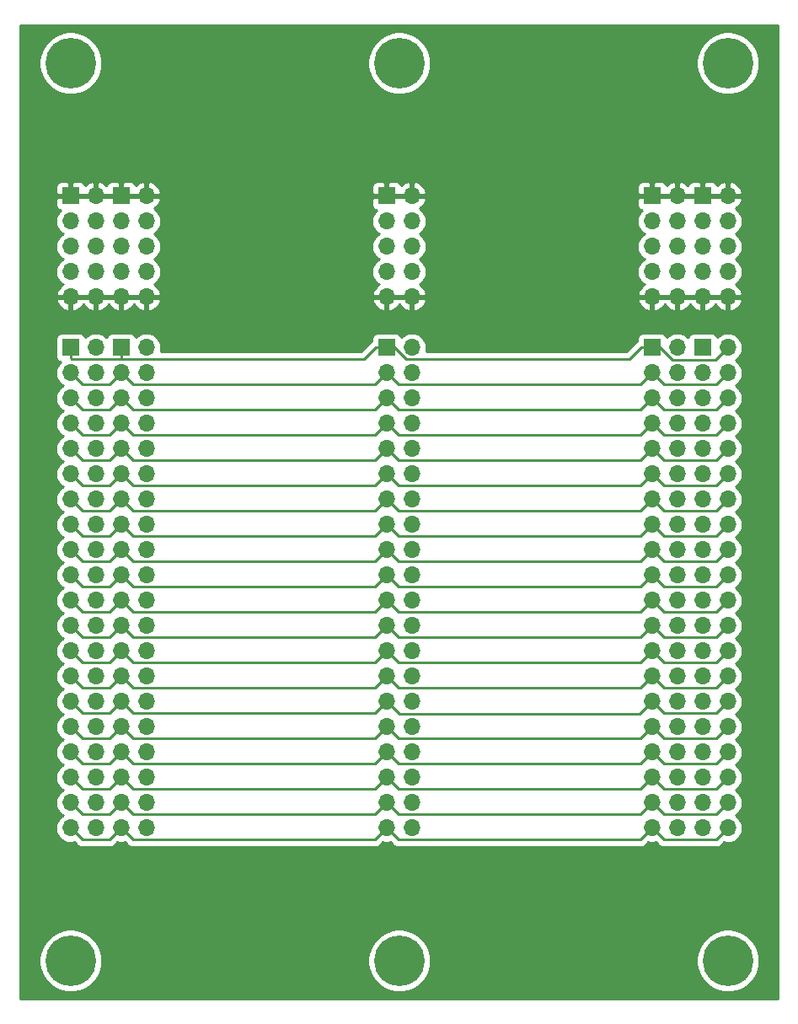
<source format=gbr>
G04 #@! TF.GenerationSoftware,KiCad,Pcbnew,(5.1.4)-1*
G04 #@! TF.CreationDate,2022-01-25T20:32:36+02:00*
G04 #@! TF.ProjectId,Backplane v2,4261636b-706c-4616-9e65-2076322e6b69,rev?*
G04 #@! TF.SameCoordinates,Original*
G04 #@! TF.FileFunction,Copper,L2,Bot*
G04 #@! TF.FilePolarity,Positive*
%FSLAX46Y46*%
G04 Gerber Fmt 4.6, Leading zero omitted, Abs format (unit mm)*
G04 Created by KiCad (PCBNEW (5.1.4)-1) date 2022-01-25 20:32:36*
%MOMM*%
%LPD*%
G04 APERTURE LIST*
%ADD10R,1.700000X1.700000*%
%ADD11O,1.700000X1.700000*%
%ADD12C,5.080000*%
%ADD13C,0.250000*%
%ADD14C,0.254000*%
G04 APERTURE END LIST*
D10*
X88900000Y-63500000D03*
D11*
X91440000Y-63500000D03*
X88900000Y-66040000D03*
X91440000Y-66040000D03*
X88900000Y-68580000D03*
X91440000Y-68580000D03*
X88900000Y-71120000D03*
X91440000Y-71120000D03*
X88900000Y-73660000D03*
X91440000Y-73660000D03*
D10*
X88900000Y-78740000D03*
D11*
X91440000Y-78740000D03*
X88900000Y-81280000D03*
X91440000Y-81280000D03*
X88900000Y-83820000D03*
X91440000Y-83820000D03*
X88900000Y-86360000D03*
X91440000Y-86360000D03*
X88900000Y-88900000D03*
X91440000Y-88900000D03*
X88900000Y-91440000D03*
X91440000Y-91440000D03*
X88900000Y-93980000D03*
X91440000Y-93980000D03*
X88900000Y-96520000D03*
X91440000Y-96520000D03*
X88900000Y-99060000D03*
X91440000Y-99060000D03*
X88900000Y-101600000D03*
X91440000Y-101600000D03*
X88900000Y-104140000D03*
X91440000Y-104140000D03*
X88900000Y-106680000D03*
X91440000Y-106680000D03*
X88900000Y-109220000D03*
X91440000Y-109220000D03*
X88900000Y-111760000D03*
X91440000Y-111760000D03*
X88900000Y-114300000D03*
X91440000Y-114300000D03*
X88900000Y-116840000D03*
X91440000Y-116840000D03*
X88900000Y-119380000D03*
X91440000Y-119380000D03*
X88900000Y-121920000D03*
X91440000Y-121920000D03*
X88900000Y-124460000D03*
X91440000Y-124460000D03*
X88900000Y-127000000D03*
X91440000Y-127000000D03*
X96520000Y-73660000D03*
X93980000Y-73660000D03*
X96520000Y-71120000D03*
X93980000Y-71120000D03*
X96520000Y-68580000D03*
X93980000Y-68580000D03*
X96520000Y-66040000D03*
X93980000Y-66040000D03*
X96520000Y-63500000D03*
D10*
X93980000Y-63500000D03*
D11*
X96520000Y-127000000D03*
X93980000Y-127000000D03*
X96520000Y-124460000D03*
X93980000Y-124460000D03*
X96520000Y-121920000D03*
X93980000Y-121920000D03*
X96520000Y-119380000D03*
X93980000Y-119380000D03*
X96520000Y-116840000D03*
X93980000Y-116840000D03*
X96520000Y-114300000D03*
X93980000Y-114300000D03*
X96520000Y-111760000D03*
X93980000Y-111760000D03*
X96520000Y-109220000D03*
X93980000Y-109220000D03*
X96520000Y-106680000D03*
X93980000Y-106680000D03*
X96520000Y-104140000D03*
X93980000Y-104140000D03*
X96520000Y-101600000D03*
X93980000Y-101600000D03*
X96520000Y-99060000D03*
X93980000Y-99060000D03*
X96520000Y-96520000D03*
X93980000Y-96520000D03*
X96520000Y-93980000D03*
X93980000Y-93980000D03*
X96520000Y-91440000D03*
X93980000Y-91440000D03*
X96520000Y-88900000D03*
X93980000Y-88900000D03*
X96520000Y-86360000D03*
X93980000Y-86360000D03*
X96520000Y-83820000D03*
X93980000Y-83820000D03*
X96520000Y-81280000D03*
X93980000Y-81280000D03*
X96520000Y-78740000D03*
D10*
X93980000Y-78740000D03*
X120650000Y-63500000D03*
D11*
X123190000Y-63500000D03*
X120650000Y-66040000D03*
X123190000Y-66040000D03*
X120650000Y-68580000D03*
X123190000Y-68580000D03*
X120650000Y-71120000D03*
X123190000Y-71120000D03*
X120650000Y-73660000D03*
X123190000Y-73660000D03*
D10*
X120650000Y-78740000D03*
D11*
X123190000Y-78740000D03*
X120650000Y-81280000D03*
X123190000Y-81280000D03*
X120650000Y-83820000D03*
X123190000Y-83820000D03*
X120650000Y-86360000D03*
X123190000Y-86360000D03*
X120650000Y-88900000D03*
X123190000Y-88900000D03*
X120650000Y-91440000D03*
X123190000Y-91440000D03*
X120650000Y-93980000D03*
X123190000Y-93980000D03*
X120650000Y-96520000D03*
X123190000Y-96520000D03*
X120650000Y-99060000D03*
X123190000Y-99060000D03*
X120650000Y-101600000D03*
X123190000Y-101600000D03*
X120650000Y-104140000D03*
X123190000Y-104140000D03*
X120650000Y-106680000D03*
X123190000Y-106680000D03*
X120650000Y-109220000D03*
X123190000Y-109220000D03*
X120650000Y-111760000D03*
X123190000Y-111760000D03*
X120650000Y-114300000D03*
X123190000Y-114300000D03*
X120650000Y-116840000D03*
X123190000Y-116840000D03*
X120650000Y-119380000D03*
X123190000Y-119380000D03*
X120650000Y-121920000D03*
X123190000Y-121920000D03*
X120650000Y-124460000D03*
X123190000Y-124460000D03*
X120650000Y-127000000D03*
X123190000Y-127000000D03*
X149860000Y-73660000D03*
X147320000Y-73660000D03*
X149860000Y-71120000D03*
X147320000Y-71120000D03*
X149860000Y-68580000D03*
X147320000Y-68580000D03*
X149860000Y-66040000D03*
X147320000Y-66040000D03*
X149860000Y-63500000D03*
D10*
X147320000Y-63500000D03*
D11*
X149860000Y-127000000D03*
X147320000Y-127000000D03*
X149860000Y-124460000D03*
X147320000Y-124460000D03*
X149860000Y-121920000D03*
X147320000Y-121920000D03*
X149860000Y-119380000D03*
X147320000Y-119380000D03*
X149860000Y-116840000D03*
X147320000Y-116840000D03*
X149860000Y-114300000D03*
X147320000Y-114300000D03*
X149860000Y-111760000D03*
X147320000Y-111760000D03*
X149860000Y-109220000D03*
X147320000Y-109220000D03*
X149860000Y-106680000D03*
X147320000Y-106680000D03*
X149860000Y-104140000D03*
X147320000Y-104140000D03*
X149860000Y-101600000D03*
X147320000Y-101600000D03*
X149860000Y-99060000D03*
X147320000Y-99060000D03*
X149860000Y-96520000D03*
X147320000Y-96520000D03*
X149860000Y-93980000D03*
X147320000Y-93980000D03*
X149860000Y-91440000D03*
X147320000Y-91440000D03*
X149860000Y-88900000D03*
X147320000Y-88900000D03*
X149860000Y-86360000D03*
X147320000Y-86360000D03*
X149860000Y-83820000D03*
X147320000Y-83820000D03*
X149860000Y-81280000D03*
X147320000Y-81280000D03*
X149860000Y-78740000D03*
D10*
X147320000Y-78740000D03*
X152400000Y-63500000D03*
D11*
X154940000Y-63500000D03*
X152400000Y-66040000D03*
X154940000Y-66040000D03*
X152400000Y-68580000D03*
X154940000Y-68580000D03*
X152400000Y-71120000D03*
X154940000Y-71120000D03*
X152400000Y-73660000D03*
X154940000Y-73660000D03*
D10*
X152400000Y-78740000D03*
D11*
X154940000Y-78740000D03*
X152400000Y-81280000D03*
X154940000Y-81280000D03*
X152400000Y-83820000D03*
X154940000Y-83820000D03*
X152400000Y-86360000D03*
X154940000Y-86360000D03*
X152400000Y-88900000D03*
X154940000Y-88900000D03*
X152400000Y-91440000D03*
X154940000Y-91440000D03*
X152400000Y-93980000D03*
X154940000Y-93980000D03*
X152400000Y-96520000D03*
X154940000Y-96520000D03*
X152400000Y-99060000D03*
X154940000Y-99060000D03*
X152400000Y-101600000D03*
X154940000Y-101600000D03*
X152400000Y-104140000D03*
X154940000Y-104140000D03*
X152400000Y-106680000D03*
X154940000Y-106680000D03*
X152400000Y-109220000D03*
X154940000Y-109220000D03*
X152400000Y-111760000D03*
X154940000Y-111760000D03*
X152400000Y-114300000D03*
X154940000Y-114300000D03*
X152400000Y-116840000D03*
X154940000Y-116840000D03*
X152400000Y-119380000D03*
X154940000Y-119380000D03*
X152400000Y-121920000D03*
X154940000Y-121920000D03*
X152400000Y-124460000D03*
X154940000Y-124460000D03*
X152400000Y-127000000D03*
X154940000Y-127000000D03*
D12*
X121920000Y-50165000D03*
X88900000Y-50165000D03*
X154940000Y-50165000D03*
X154940000Y-140335000D03*
X121920000Y-140335000D03*
X88900000Y-140335000D03*
D13*
X146220000Y-78740000D02*
X147320000Y-78740000D01*
X145044999Y-79915001D02*
X146220000Y-78740000D01*
X122625999Y-79915001D02*
X145044999Y-79915001D01*
X121450998Y-78740000D02*
X122625999Y-79915001D01*
X120650000Y-78740000D02*
X121450998Y-78740000D01*
X94055001Y-79915001D02*
X93980000Y-79840000D01*
X118374999Y-79915001D02*
X94055001Y-79915001D01*
X119550000Y-78740000D02*
X118374999Y-79915001D01*
X120650000Y-78740000D02*
X119550000Y-78740000D01*
X93980000Y-79840000D02*
X93980000Y-78740000D01*
X93904999Y-79915001D02*
X93980000Y-79840000D01*
X88975001Y-79915001D02*
X93904999Y-79915001D01*
X88900000Y-79840000D02*
X88975001Y-79915001D01*
X88900000Y-78740000D02*
X88900000Y-79840000D01*
X154090001Y-79589999D02*
X154940000Y-78740000D01*
X153670000Y-80010000D02*
X154090001Y-79589999D01*
X149390998Y-80010000D02*
X153670000Y-80010000D01*
X148120998Y-78740000D02*
X149390998Y-80010000D01*
X147320000Y-78740000D02*
X148120998Y-78740000D01*
X119800001Y-82129999D02*
X120650000Y-81280000D01*
X119474999Y-82455001D02*
X119800001Y-82129999D01*
X95155001Y-82455001D02*
X119474999Y-82455001D01*
X93980000Y-81280000D02*
X95155001Y-82455001D01*
X146470001Y-82129999D02*
X147320000Y-81280000D01*
X146144999Y-82455001D02*
X146470001Y-82129999D01*
X121825001Y-82455001D02*
X146144999Y-82455001D01*
X120650000Y-81280000D02*
X121825001Y-82455001D01*
X93130001Y-82129999D02*
X93980000Y-81280000D01*
X92804999Y-82455001D02*
X93130001Y-82129999D01*
X90075001Y-82455001D02*
X92804999Y-82455001D01*
X88900000Y-81280000D02*
X90075001Y-82455001D01*
X154090001Y-82129999D02*
X154940000Y-81280000D01*
X153764999Y-82455001D02*
X154090001Y-82129999D01*
X148495001Y-82455001D02*
X153764999Y-82455001D01*
X147320000Y-81280000D02*
X148495001Y-82455001D01*
X119800001Y-84669999D02*
X120650000Y-83820000D01*
X119474999Y-84995001D02*
X119800001Y-84669999D01*
X95155001Y-84995001D02*
X119474999Y-84995001D01*
X93980000Y-83820000D02*
X95155001Y-84995001D01*
X146470001Y-84669999D02*
X147320000Y-83820000D01*
X146144999Y-84995001D02*
X146470001Y-84669999D01*
X121825001Y-84995001D02*
X146144999Y-84995001D01*
X120650000Y-83820000D02*
X121825001Y-84995001D01*
X93130001Y-84669999D02*
X93980000Y-83820000D01*
X92804999Y-84995001D02*
X93130001Y-84669999D01*
X90075001Y-84995001D02*
X92804999Y-84995001D01*
X88900000Y-83820000D02*
X90075001Y-84995001D01*
X154090001Y-84669999D02*
X154940000Y-83820000D01*
X153764999Y-84995001D02*
X154090001Y-84669999D01*
X148495001Y-84995001D02*
X153764999Y-84995001D01*
X147320000Y-83820000D02*
X148495001Y-84995001D01*
X119800001Y-87209999D02*
X120650000Y-86360000D01*
X119474999Y-87535001D02*
X119800001Y-87209999D01*
X95155001Y-87535001D02*
X119474999Y-87535001D01*
X93980000Y-86360000D02*
X95155001Y-87535001D01*
X146470001Y-87209999D02*
X147320000Y-86360000D01*
X146144999Y-87535001D02*
X146470001Y-87209999D01*
X121825001Y-87535001D02*
X146144999Y-87535001D01*
X120650000Y-86360000D02*
X121825001Y-87535001D01*
X93130001Y-87209999D02*
X93980000Y-86360000D01*
X92804999Y-87535001D02*
X93130001Y-87209999D01*
X90075001Y-87535001D02*
X92804999Y-87535001D01*
X88900000Y-86360000D02*
X90075001Y-87535001D01*
X154090001Y-87209999D02*
X154940000Y-86360000D01*
X153764999Y-87535001D02*
X154090001Y-87209999D01*
X148495001Y-87535001D02*
X153764999Y-87535001D01*
X147320000Y-86360000D02*
X148495001Y-87535001D01*
X119800001Y-89749999D02*
X120650000Y-88900000D01*
X119474999Y-90075001D02*
X119800001Y-89749999D01*
X95155001Y-90075001D02*
X119474999Y-90075001D01*
X93980000Y-88900000D02*
X95155001Y-90075001D01*
X146470001Y-89749999D02*
X147320000Y-88900000D01*
X146144999Y-90075001D02*
X146470001Y-89749999D01*
X121825001Y-90075001D02*
X146144999Y-90075001D01*
X120650000Y-88900000D02*
X121825001Y-90075001D01*
X93130001Y-89749999D02*
X93980000Y-88900000D01*
X92804999Y-90075001D02*
X93130001Y-89749999D01*
X90075001Y-90075001D02*
X92804999Y-90075001D01*
X88900000Y-88900000D02*
X90075001Y-90075001D01*
X154090001Y-89749999D02*
X154940000Y-88900000D01*
X153764999Y-90075001D02*
X154090001Y-89749999D01*
X148495001Y-90075001D02*
X153764999Y-90075001D01*
X147320000Y-88900000D02*
X148495001Y-90075001D01*
X119800001Y-92289999D02*
X120650000Y-91440000D01*
X119474999Y-92615001D02*
X119800001Y-92289999D01*
X95155001Y-92615001D02*
X119474999Y-92615001D01*
X146470001Y-92289999D02*
X147320000Y-91440000D01*
X146144999Y-92615001D02*
X146470001Y-92289999D01*
X121825001Y-92615001D02*
X146144999Y-92615001D01*
X120650000Y-91440000D02*
X121825001Y-92615001D01*
X93980000Y-91440000D02*
X95155001Y-92615001D01*
X93130001Y-92289999D02*
X93980000Y-91440000D01*
X92804999Y-92615001D02*
X93130001Y-92289999D01*
X90075001Y-92615001D02*
X92804999Y-92615001D01*
X88900000Y-91440000D02*
X90075001Y-92615001D01*
X154090001Y-92289999D02*
X154940000Y-91440000D01*
X153764999Y-92615001D02*
X154090001Y-92289999D01*
X148495001Y-92615001D02*
X153764999Y-92615001D01*
X147320000Y-91440000D02*
X148495001Y-92615001D01*
X119800001Y-94829999D02*
X120650000Y-93980000D01*
X119474999Y-95155001D02*
X119800001Y-94829999D01*
X95155001Y-95155001D02*
X119474999Y-95155001D01*
X93980000Y-93980000D02*
X95155001Y-95155001D01*
X93130001Y-94829999D02*
X93980000Y-93980000D01*
X92804999Y-95155001D02*
X93130001Y-94829999D01*
X90075001Y-95155001D02*
X92804999Y-95155001D01*
X88900000Y-93980000D02*
X90075001Y-95155001D01*
X154090001Y-94829999D02*
X154940000Y-93980000D01*
X153764999Y-95155001D02*
X154090001Y-94829999D01*
X148495001Y-95155001D02*
X153764999Y-95155001D01*
X147320000Y-93980000D02*
X148495001Y-95155001D01*
X146470001Y-94829999D02*
X147320000Y-93980000D01*
X146144999Y-95155001D02*
X146470001Y-94829999D01*
X121825001Y-95155001D02*
X146144999Y-95155001D01*
X120650000Y-93980000D02*
X121825001Y-95155001D01*
X119800001Y-97369999D02*
X120650000Y-96520000D01*
X119474999Y-97695001D02*
X119800001Y-97369999D01*
X95155001Y-97695001D02*
X119474999Y-97695001D01*
X93980000Y-96520000D02*
X95155001Y-97695001D01*
X146470001Y-97369999D02*
X147320000Y-96520000D01*
X146144999Y-97695001D02*
X146470001Y-97369999D01*
X121825001Y-97695001D02*
X146144999Y-97695001D01*
X120650000Y-96520000D02*
X121825001Y-97695001D01*
X93130001Y-97369999D02*
X93980000Y-96520000D01*
X92804999Y-97695001D02*
X93130001Y-97369999D01*
X90075001Y-97695001D02*
X92804999Y-97695001D01*
X88900000Y-96520000D02*
X90075001Y-97695001D01*
X154090001Y-97369999D02*
X154940000Y-96520000D01*
X153764999Y-97695001D02*
X154090001Y-97369999D01*
X148495001Y-97695001D02*
X153764999Y-97695001D01*
X147320000Y-96520000D02*
X148495001Y-97695001D01*
X119800001Y-99909999D02*
X120650000Y-99060000D01*
X119474999Y-100235001D02*
X119800001Y-99909999D01*
X95155001Y-100235001D02*
X119474999Y-100235001D01*
X93980000Y-99060000D02*
X95155001Y-100235001D01*
X146470001Y-99909999D02*
X147320000Y-99060000D01*
X146144999Y-100235001D02*
X146470001Y-99909999D01*
X121825001Y-100235001D02*
X146144999Y-100235001D01*
X120650000Y-99060000D02*
X121825001Y-100235001D01*
X93130001Y-99909999D02*
X93980000Y-99060000D01*
X92804999Y-100235001D02*
X93130001Y-99909999D01*
X90075001Y-100235001D02*
X92804999Y-100235001D01*
X88900000Y-99060000D02*
X90075001Y-100235001D01*
X154090001Y-99909999D02*
X154940000Y-99060000D01*
X153764999Y-100235001D02*
X154090001Y-99909999D01*
X148495001Y-100235001D02*
X153764999Y-100235001D01*
X147320000Y-99060000D02*
X148495001Y-100235001D01*
X119800001Y-102449999D02*
X120650000Y-101600000D01*
X119474999Y-102775001D02*
X119800001Y-102449999D01*
X95155001Y-102775001D02*
X119474999Y-102775001D01*
X93980000Y-101600000D02*
X95155001Y-102775001D01*
X146470001Y-102449999D02*
X147320000Y-101600000D01*
X146144999Y-102775001D02*
X146470001Y-102449999D01*
X121825001Y-102775001D02*
X146144999Y-102775001D01*
X120650000Y-101600000D02*
X121825001Y-102775001D01*
X93130001Y-102449999D02*
X93980000Y-101600000D01*
X92804999Y-102775001D02*
X93130001Y-102449999D01*
X90075001Y-102775001D02*
X92804999Y-102775001D01*
X88900000Y-101600000D02*
X90075001Y-102775001D01*
X154090001Y-102449999D02*
X154940000Y-101600000D01*
X153764999Y-102775001D02*
X154090001Y-102449999D01*
X148495001Y-102775001D02*
X153764999Y-102775001D01*
X147320000Y-101600000D02*
X148495001Y-102775001D01*
X119800001Y-104989999D02*
X120650000Y-104140000D01*
X119474999Y-105315001D02*
X119800001Y-104989999D01*
X95155001Y-105315001D02*
X119474999Y-105315001D01*
X93980000Y-104140000D02*
X95155001Y-105315001D01*
X93130001Y-104989999D02*
X93980000Y-104140000D01*
X92804999Y-105315001D02*
X93130001Y-104989999D01*
X90075001Y-105315001D02*
X92804999Y-105315001D01*
X88900000Y-104140000D02*
X90075001Y-105315001D01*
X154090001Y-104989999D02*
X154940000Y-104140000D01*
X153764999Y-105315001D02*
X154090001Y-104989999D01*
X148495001Y-105315001D02*
X153764999Y-105315001D01*
X147320000Y-104140000D02*
X148495001Y-105315001D01*
X146470001Y-104989999D02*
X147320000Y-104140000D01*
X146144999Y-105315001D02*
X146470001Y-104989999D01*
X121825001Y-105315001D02*
X146144999Y-105315001D01*
X120650000Y-104140000D02*
X121825001Y-105315001D01*
X119800001Y-107529999D02*
X120650000Y-106680000D01*
X119474999Y-107855001D02*
X119800001Y-107529999D01*
X95155001Y-107855001D02*
X119474999Y-107855001D01*
X93980000Y-106680000D02*
X95155001Y-107855001D01*
X146470001Y-107529999D02*
X147320000Y-106680000D01*
X146144999Y-107855001D02*
X146470001Y-107529999D01*
X121825001Y-107855001D02*
X146144999Y-107855001D01*
X120650000Y-106680000D02*
X121825001Y-107855001D01*
X93130001Y-107529999D02*
X93980000Y-106680000D01*
X92804999Y-107855001D02*
X93130001Y-107529999D01*
X90075001Y-107855001D02*
X92804999Y-107855001D01*
X88900000Y-106680000D02*
X90075001Y-107855001D01*
X154090001Y-107529999D02*
X154940000Y-106680000D01*
X153764999Y-107855001D02*
X154090001Y-107529999D01*
X148495001Y-107855001D02*
X153764999Y-107855001D01*
X147320000Y-106680000D02*
X148495001Y-107855001D01*
X119800001Y-110069999D02*
X120650000Y-109220000D01*
X119474999Y-110395001D02*
X119800001Y-110069999D01*
X95155001Y-110395001D02*
X119474999Y-110395001D01*
X93980000Y-109220000D02*
X95155001Y-110395001D01*
X146470001Y-110069999D02*
X147320000Y-109220000D01*
X146144999Y-110395001D02*
X146470001Y-110069999D01*
X121825001Y-110395001D02*
X146144999Y-110395001D01*
X120650000Y-109220000D02*
X121825001Y-110395001D01*
X93130001Y-110069999D02*
X93980000Y-109220000D01*
X92804999Y-110395001D02*
X93130001Y-110069999D01*
X90075001Y-110395001D02*
X92804999Y-110395001D01*
X88900000Y-109220000D02*
X90075001Y-110395001D01*
X154090001Y-110069999D02*
X154940000Y-109220000D01*
X153764999Y-110395001D02*
X154090001Y-110069999D01*
X148495001Y-110395001D02*
X153764999Y-110395001D01*
X147320000Y-109220000D02*
X148495001Y-110395001D01*
X119800001Y-112609999D02*
X120650000Y-111760000D01*
X119474999Y-112935001D02*
X119800001Y-112609999D01*
X95155001Y-112935001D02*
X119474999Y-112935001D01*
X93980000Y-111760000D02*
X95155001Y-112935001D01*
X146470001Y-112609999D02*
X147320000Y-111760000D01*
X146144999Y-112935001D02*
X146470001Y-112609999D01*
X121825001Y-112935001D02*
X146144999Y-112935001D01*
X120650000Y-111760000D02*
X121825001Y-112935001D01*
X93130001Y-112609999D02*
X93980000Y-111760000D01*
X92804999Y-112935001D02*
X93130001Y-112609999D01*
X90075001Y-112935001D02*
X92804999Y-112935001D01*
X88900000Y-111760000D02*
X90075001Y-112935001D01*
X154090001Y-112609999D02*
X154940000Y-111760000D01*
X153764999Y-112935001D02*
X154090001Y-112609999D01*
X148495001Y-112935001D02*
X153764999Y-112935001D01*
X147320000Y-111760000D02*
X148495001Y-112935001D01*
X119800001Y-115149999D02*
X120650000Y-114300000D01*
X119474999Y-115475001D02*
X119800001Y-115149999D01*
X95155001Y-115475001D02*
X119474999Y-115475001D01*
X93980000Y-114300000D02*
X95155001Y-115475001D01*
X146470001Y-115149999D02*
X147320000Y-114300000D01*
X146050000Y-115570000D02*
X146470001Y-115149999D01*
X121920000Y-115570000D02*
X146050000Y-115570000D01*
X120650000Y-114300000D02*
X121920000Y-115570000D01*
X93130001Y-115149999D02*
X93980000Y-114300000D01*
X92804999Y-115475001D02*
X93130001Y-115149999D01*
X90075001Y-115475001D02*
X92804999Y-115475001D01*
X88900000Y-114300000D02*
X90075001Y-115475001D01*
X154090001Y-115149999D02*
X154940000Y-114300000D01*
X153764999Y-115475001D02*
X154090001Y-115149999D01*
X148495001Y-115475001D02*
X153764999Y-115475001D01*
X147320000Y-114300000D02*
X148495001Y-115475001D01*
X119800001Y-117689999D02*
X120650000Y-116840000D01*
X119474999Y-118015001D02*
X119800001Y-117689999D01*
X95155001Y-118015001D02*
X119474999Y-118015001D01*
X93980000Y-116840000D02*
X95155001Y-118015001D01*
X146470001Y-117689999D02*
X147320000Y-116840000D01*
X146144999Y-118015001D02*
X146470001Y-117689999D01*
X121825001Y-118015001D02*
X146144999Y-118015001D01*
X120650000Y-116840000D02*
X121825001Y-118015001D01*
X93130001Y-117689999D02*
X93980000Y-116840000D01*
X92804999Y-118015001D02*
X93130001Y-117689999D01*
X90075001Y-118015001D02*
X92804999Y-118015001D01*
X88900000Y-116840000D02*
X90075001Y-118015001D01*
X154090001Y-117689999D02*
X154940000Y-116840000D01*
X153764999Y-118015001D02*
X154090001Y-117689999D01*
X148495001Y-118015001D02*
X153764999Y-118015001D01*
X147320000Y-116840000D02*
X148495001Y-118015001D01*
X119800001Y-120229999D02*
X120650000Y-119380000D01*
X119474999Y-120555001D02*
X119800001Y-120229999D01*
X95155001Y-120555001D02*
X119474999Y-120555001D01*
X93980000Y-119380000D02*
X95155001Y-120555001D01*
X146470001Y-120229999D02*
X147320000Y-119380000D01*
X146144999Y-120555001D02*
X146470001Y-120229999D01*
X121825001Y-120555001D02*
X146144999Y-120555001D01*
X120650000Y-119380000D02*
X121825001Y-120555001D01*
X93130001Y-120229999D02*
X93980000Y-119380000D01*
X92804999Y-120555001D02*
X93130001Y-120229999D01*
X90075001Y-120555001D02*
X92804999Y-120555001D01*
X88900000Y-119380000D02*
X90075001Y-120555001D01*
X154090001Y-120229999D02*
X154940000Y-119380000D01*
X153764999Y-120555001D02*
X154090001Y-120229999D01*
X148495001Y-120555001D02*
X153764999Y-120555001D01*
X147320000Y-119380000D02*
X148495001Y-120555001D01*
X119800001Y-122769999D02*
X120650000Y-121920000D01*
X119474999Y-123095001D02*
X119800001Y-122769999D01*
X95155001Y-123095001D02*
X119474999Y-123095001D01*
X93980000Y-121920000D02*
X95155001Y-123095001D01*
X146470001Y-122769999D02*
X147320000Y-121920000D01*
X146144999Y-123095001D02*
X146470001Y-122769999D01*
X121825001Y-123095001D02*
X146144999Y-123095001D01*
X120650000Y-121920000D02*
X121825001Y-123095001D01*
X93130001Y-122769999D02*
X93980000Y-121920000D01*
X92804999Y-123095001D02*
X93130001Y-122769999D01*
X90075001Y-123095001D02*
X92804999Y-123095001D01*
X88900000Y-121920000D02*
X90075001Y-123095001D01*
X154090001Y-122769999D02*
X154940000Y-121920000D01*
X153764999Y-123095001D02*
X154090001Y-122769999D01*
X148495001Y-123095001D02*
X153764999Y-123095001D01*
X147320000Y-121920000D02*
X148495001Y-123095001D01*
X119800001Y-125309999D02*
X120650000Y-124460000D01*
X119474999Y-125635001D02*
X119800001Y-125309999D01*
X95155001Y-125635001D02*
X119474999Y-125635001D01*
X93980000Y-124460000D02*
X95155001Y-125635001D01*
X146470001Y-125309999D02*
X147320000Y-124460000D01*
X146144999Y-125635001D02*
X146470001Y-125309999D01*
X121825001Y-125635001D02*
X146144999Y-125635001D01*
X120650000Y-124460000D02*
X121825001Y-125635001D01*
X93130001Y-125309999D02*
X93980000Y-124460000D01*
X92804999Y-125635001D02*
X93130001Y-125309999D01*
X90075001Y-125635001D02*
X92804999Y-125635001D01*
X88900000Y-124460000D02*
X90075001Y-125635001D01*
X154090001Y-125309999D02*
X154940000Y-124460000D01*
X153764999Y-125635001D02*
X154090001Y-125309999D01*
X148495001Y-125635001D02*
X153764999Y-125635001D01*
X147320000Y-124460000D02*
X148495001Y-125635001D01*
X119800001Y-127849999D02*
X120650000Y-127000000D01*
X119474999Y-128175001D02*
X119800001Y-127849999D01*
X95155001Y-128175001D02*
X119474999Y-128175001D01*
X93980000Y-127000000D02*
X95155001Y-128175001D01*
X146470001Y-127849999D02*
X147320000Y-127000000D01*
X146144999Y-128175001D02*
X146470001Y-127849999D01*
X121825001Y-128175001D02*
X146144999Y-128175001D01*
X120650000Y-127000000D02*
X121825001Y-128175001D01*
X93130001Y-127849999D02*
X93980000Y-127000000D01*
X92804999Y-128175001D02*
X93130001Y-127849999D01*
X90075001Y-128175001D02*
X92804999Y-128175001D01*
X88900000Y-127000000D02*
X90075001Y-128175001D01*
X154090001Y-127849999D02*
X154940000Y-127000000D01*
X153764999Y-128175001D02*
X154090001Y-127849999D01*
X148495001Y-128175001D02*
X153764999Y-128175001D01*
X147320000Y-127000000D02*
X148495001Y-128175001D01*
D14*
G36*
X159995000Y-144120000D02*
G01*
X83845000Y-144120000D01*
X83845000Y-140022290D01*
X85725000Y-140022290D01*
X85725000Y-140647710D01*
X85847014Y-141261113D01*
X86086352Y-141838926D01*
X86433817Y-142358944D01*
X86876056Y-142801183D01*
X87396074Y-143148648D01*
X87973887Y-143387986D01*
X88587290Y-143510000D01*
X89212710Y-143510000D01*
X89826113Y-143387986D01*
X90403926Y-143148648D01*
X90923944Y-142801183D01*
X91366183Y-142358944D01*
X91713648Y-141838926D01*
X91952986Y-141261113D01*
X92075000Y-140647710D01*
X92075000Y-140022290D01*
X118745000Y-140022290D01*
X118745000Y-140647710D01*
X118867014Y-141261113D01*
X119106352Y-141838926D01*
X119453817Y-142358944D01*
X119896056Y-142801183D01*
X120416074Y-143148648D01*
X120993887Y-143387986D01*
X121607290Y-143510000D01*
X122232710Y-143510000D01*
X122846113Y-143387986D01*
X123423926Y-143148648D01*
X123943944Y-142801183D01*
X124386183Y-142358944D01*
X124733648Y-141838926D01*
X124972986Y-141261113D01*
X125095000Y-140647710D01*
X125095000Y-140022290D01*
X151765000Y-140022290D01*
X151765000Y-140647710D01*
X151887014Y-141261113D01*
X152126352Y-141838926D01*
X152473817Y-142358944D01*
X152916056Y-142801183D01*
X153436074Y-143148648D01*
X154013887Y-143387986D01*
X154627290Y-143510000D01*
X155252710Y-143510000D01*
X155866113Y-143387986D01*
X156443926Y-143148648D01*
X156963944Y-142801183D01*
X157406183Y-142358944D01*
X157753648Y-141838926D01*
X157992986Y-141261113D01*
X158115000Y-140647710D01*
X158115000Y-140022290D01*
X157992986Y-139408887D01*
X157753648Y-138831074D01*
X157406183Y-138311056D01*
X156963944Y-137868817D01*
X156443926Y-137521352D01*
X155866113Y-137282014D01*
X155252710Y-137160000D01*
X154627290Y-137160000D01*
X154013887Y-137282014D01*
X153436074Y-137521352D01*
X152916056Y-137868817D01*
X152473817Y-138311056D01*
X152126352Y-138831074D01*
X151887014Y-139408887D01*
X151765000Y-140022290D01*
X125095000Y-140022290D01*
X124972986Y-139408887D01*
X124733648Y-138831074D01*
X124386183Y-138311056D01*
X123943944Y-137868817D01*
X123423926Y-137521352D01*
X122846113Y-137282014D01*
X122232710Y-137160000D01*
X121607290Y-137160000D01*
X120993887Y-137282014D01*
X120416074Y-137521352D01*
X119896056Y-137868817D01*
X119453817Y-138311056D01*
X119106352Y-138831074D01*
X118867014Y-139408887D01*
X118745000Y-140022290D01*
X92075000Y-140022290D01*
X91952986Y-139408887D01*
X91713648Y-138831074D01*
X91366183Y-138311056D01*
X90923944Y-137868817D01*
X90403926Y-137521352D01*
X89826113Y-137282014D01*
X89212710Y-137160000D01*
X88587290Y-137160000D01*
X87973887Y-137282014D01*
X87396074Y-137521352D01*
X86876056Y-137868817D01*
X86433817Y-138311056D01*
X86086352Y-138831074D01*
X85847014Y-139408887D01*
X85725000Y-140022290D01*
X83845000Y-140022290D01*
X83845000Y-81280000D01*
X87407815Y-81280000D01*
X87436487Y-81571111D01*
X87521401Y-81851034D01*
X87659294Y-82109014D01*
X87844866Y-82335134D01*
X88070986Y-82520706D01*
X88125791Y-82550000D01*
X88070986Y-82579294D01*
X87844866Y-82764866D01*
X87659294Y-82990986D01*
X87521401Y-83248966D01*
X87436487Y-83528889D01*
X87407815Y-83820000D01*
X87436487Y-84111111D01*
X87521401Y-84391034D01*
X87659294Y-84649014D01*
X87844866Y-84875134D01*
X88070986Y-85060706D01*
X88125791Y-85090000D01*
X88070986Y-85119294D01*
X87844866Y-85304866D01*
X87659294Y-85530986D01*
X87521401Y-85788966D01*
X87436487Y-86068889D01*
X87407815Y-86360000D01*
X87436487Y-86651111D01*
X87521401Y-86931034D01*
X87659294Y-87189014D01*
X87844866Y-87415134D01*
X88070986Y-87600706D01*
X88125791Y-87630000D01*
X88070986Y-87659294D01*
X87844866Y-87844866D01*
X87659294Y-88070986D01*
X87521401Y-88328966D01*
X87436487Y-88608889D01*
X87407815Y-88900000D01*
X87436487Y-89191111D01*
X87521401Y-89471034D01*
X87659294Y-89729014D01*
X87844866Y-89955134D01*
X88070986Y-90140706D01*
X88125791Y-90170000D01*
X88070986Y-90199294D01*
X87844866Y-90384866D01*
X87659294Y-90610986D01*
X87521401Y-90868966D01*
X87436487Y-91148889D01*
X87407815Y-91440000D01*
X87436487Y-91731111D01*
X87521401Y-92011034D01*
X87659294Y-92269014D01*
X87844866Y-92495134D01*
X88070986Y-92680706D01*
X88125791Y-92710000D01*
X88070986Y-92739294D01*
X87844866Y-92924866D01*
X87659294Y-93150986D01*
X87521401Y-93408966D01*
X87436487Y-93688889D01*
X87407815Y-93980000D01*
X87436487Y-94271111D01*
X87521401Y-94551034D01*
X87659294Y-94809014D01*
X87844866Y-95035134D01*
X88070986Y-95220706D01*
X88125791Y-95250000D01*
X88070986Y-95279294D01*
X87844866Y-95464866D01*
X87659294Y-95690986D01*
X87521401Y-95948966D01*
X87436487Y-96228889D01*
X87407815Y-96520000D01*
X87436487Y-96811111D01*
X87521401Y-97091034D01*
X87659294Y-97349014D01*
X87844866Y-97575134D01*
X88070986Y-97760706D01*
X88125791Y-97790000D01*
X88070986Y-97819294D01*
X87844866Y-98004866D01*
X87659294Y-98230986D01*
X87521401Y-98488966D01*
X87436487Y-98768889D01*
X87407815Y-99060000D01*
X87436487Y-99351111D01*
X87521401Y-99631034D01*
X87659294Y-99889014D01*
X87844866Y-100115134D01*
X88070986Y-100300706D01*
X88125791Y-100330000D01*
X88070986Y-100359294D01*
X87844866Y-100544866D01*
X87659294Y-100770986D01*
X87521401Y-101028966D01*
X87436487Y-101308889D01*
X87407815Y-101600000D01*
X87436487Y-101891111D01*
X87521401Y-102171034D01*
X87659294Y-102429014D01*
X87844866Y-102655134D01*
X88070986Y-102840706D01*
X88125791Y-102870000D01*
X88070986Y-102899294D01*
X87844866Y-103084866D01*
X87659294Y-103310986D01*
X87521401Y-103568966D01*
X87436487Y-103848889D01*
X87407815Y-104140000D01*
X87436487Y-104431111D01*
X87521401Y-104711034D01*
X87659294Y-104969014D01*
X87844866Y-105195134D01*
X88070986Y-105380706D01*
X88125791Y-105410000D01*
X88070986Y-105439294D01*
X87844866Y-105624866D01*
X87659294Y-105850986D01*
X87521401Y-106108966D01*
X87436487Y-106388889D01*
X87407815Y-106680000D01*
X87436487Y-106971111D01*
X87521401Y-107251034D01*
X87659294Y-107509014D01*
X87844866Y-107735134D01*
X88070986Y-107920706D01*
X88125791Y-107950000D01*
X88070986Y-107979294D01*
X87844866Y-108164866D01*
X87659294Y-108390986D01*
X87521401Y-108648966D01*
X87436487Y-108928889D01*
X87407815Y-109220000D01*
X87436487Y-109511111D01*
X87521401Y-109791034D01*
X87659294Y-110049014D01*
X87844866Y-110275134D01*
X88070986Y-110460706D01*
X88125791Y-110490000D01*
X88070986Y-110519294D01*
X87844866Y-110704866D01*
X87659294Y-110930986D01*
X87521401Y-111188966D01*
X87436487Y-111468889D01*
X87407815Y-111760000D01*
X87436487Y-112051111D01*
X87521401Y-112331034D01*
X87659294Y-112589014D01*
X87844866Y-112815134D01*
X88070986Y-113000706D01*
X88125791Y-113030000D01*
X88070986Y-113059294D01*
X87844866Y-113244866D01*
X87659294Y-113470986D01*
X87521401Y-113728966D01*
X87436487Y-114008889D01*
X87407815Y-114300000D01*
X87436487Y-114591111D01*
X87521401Y-114871034D01*
X87659294Y-115129014D01*
X87844866Y-115355134D01*
X88070986Y-115540706D01*
X88125791Y-115570000D01*
X88070986Y-115599294D01*
X87844866Y-115784866D01*
X87659294Y-116010986D01*
X87521401Y-116268966D01*
X87436487Y-116548889D01*
X87407815Y-116840000D01*
X87436487Y-117131111D01*
X87521401Y-117411034D01*
X87659294Y-117669014D01*
X87844866Y-117895134D01*
X88070986Y-118080706D01*
X88125791Y-118110000D01*
X88070986Y-118139294D01*
X87844866Y-118324866D01*
X87659294Y-118550986D01*
X87521401Y-118808966D01*
X87436487Y-119088889D01*
X87407815Y-119380000D01*
X87436487Y-119671111D01*
X87521401Y-119951034D01*
X87659294Y-120209014D01*
X87844866Y-120435134D01*
X88070986Y-120620706D01*
X88125791Y-120650000D01*
X88070986Y-120679294D01*
X87844866Y-120864866D01*
X87659294Y-121090986D01*
X87521401Y-121348966D01*
X87436487Y-121628889D01*
X87407815Y-121920000D01*
X87436487Y-122211111D01*
X87521401Y-122491034D01*
X87659294Y-122749014D01*
X87844866Y-122975134D01*
X88070986Y-123160706D01*
X88125791Y-123190000D01*
X88070986Y-123219294D01*
X87844866Y-123404866D01*
X87659294Y-123630986D01*
X87521401Y-123888966D01*
X87436487Y-124168889D01*
X87407815Y-124460000D01*
X87436487Y-124751111D01*
X87521401Y-125031034D01*
X87659294Y-125289014D01*
X87844866Y-125515134D01*
X88070986Y-125700706D01*
X88125791Y-125730000D01*
X88070986Y-125759294D01*
X87844866Y-125944866D01*
X87659294Y-126170986D01*
X87521401Y-126428966D01*
X87436487Y-126708889D01*
X87407815Y-127000000D01*
X87436487Y-127291111D01*
X87521401Y-127571034D01*
X87659294Y-127829014D01*
X87844866Y-128055134D01*
X88070986Y-128240706D01*
X88328966Y-128378599D01*
X88608889Y-128463513D01*
X88827050Y-128485000D01*
X88972950Y-128485000D01*
X89191111Y-128463513D01*
X89265995Y-128440797D01*
X89511202Y-128686004D01*
X89535000Y-128715002D01*
X89650725Y-128809975D01*
X89782754Y-128880547D01*
X89926015Y-128924004D01*
X90037668Y-128935001D01*
X90037677Y-128935001D01*
X90075000Y-128938677D01*
X90112323Y-128935001D01*
X92767677Y-128935001D01*
X92804999Y-128938677D01*
X92842321Y-128935001D01*
X92842332Y-128935001D01*
X92953985Y-128924004D01*
X93097246Y-128880547D01*
X93229275Y-128809975D01*
X93345000Y-128715002D01*
X93368803Y-128685998D01*
X93614004Y-128440797D01*
X93688889Y-128463513D01*
X93907050Y-128485000D01*
X94052950Y-128485000D01*
X94271111Y-128463513D01*
X94345995Y-128440797D01*
X94591202Y-128686004D01*
X94615000Y-128715002D01*
X94730725Y-128809975D01*
X94862754Y-128880547D01*
X95006015Y-128924004D01*
X95117668Y-128935001D01*
X95117677Y-128935001D01*
X95155000Y-128938677D01*
X95192323Y-128935001D01*
X119437677Y-128935001D01*
X119474999Y-128938677D01*
X119512321Y-128935001D01*
X119512332Y-128935001D01*
X119623985Y-128924004D01*
X119767246Y-128880547D01*
X119899275Y-128809975D01*
X120015000Y-128715002D01*
X120038803Y-128685998D01*
X120284004Y-128440797D01*
X120358889Y-128463513D01*
X120577050Y-128485000D01*
X120722950Y-128485000D01*
X120941111Y-128463513D01*
X121015995Y-128440797D01*
X121261202Y-128686004D01*
X121285000Y-128715002D01*
X121400725Y-128809975D01*
X121532754Y-128880547D01*
X121676015Y-128924004D01*
X121787668Y-128935001D01*
X121787677Y-128935001D01*
X121825000Y-128938677D01*
X121862323Y-128935001D01*
X146107677Y-128935001D01*
X146144999Y-128938677D01*
X146182321Y-128935001D01*
X146182332Y-128935001D01*
X146293985Y-128924004D01*
X146437246Y-128880547D01*
X146569275Y-128809975D01*
X146685000Y-128715002D01*
X146708803Y-128685998D01*
X146954004Y-128440797D01*
X147028889Y-128463513D01*
X147247050Y-128485000D01*
X147392950Y-128485000D01*
X147611111Y-128463513D01*
X147685995Y-128440797D01*
X147931202Y-128686004D01*
X147955000Y-128715002D01*
X148070725Y-128809975D01*
X148202754Y-128880547D01*
X148346015Y-128924004D01*
X148457668Y-128935001D01*
X148457677Y-128935001D01*
X148495000Y-128938677D01*
X148532323Y-128935001D01*
X153727677Y-128935001D01*
X153764999Y-128938677D01*
X153802321Y-128935001D01*
X153802332Y-128935001D01*
X153913985Y-128924004D01*
X154057246Y-128880547D01*
X154189275Y-128809975D01*
X154305000Y-128715002D01*
X154328803Y-128685998D01*
X154574004Y-128440797D01*
X154648889Y-128463513D01*
X154867050Y-128485000D01*
X155012950Y-128485000D01*
X155231111Y-128463513D01*
X155511034Y-128378599D01*
X155769014Y-128240706D01*
X155995134Y-128055134D01*
X156180706Y-127829014D01*
X156318599Y-127571034D01*
X156403513Y-127291111D01*
X156432185Y-127000000D01*
X156403513Y-126708889D01*
X156318599Y-126428966D01*
X156180706Y-126170986D01*
X155995134Y-125944866D01*
X155769014Y-125759294D01*
X155714209Y-125730000D01*
X155769014Y-125700706D01*
X155995134Y-125515134D01*
X156180706Y-125289014D01*
X156318599Y-125031034D01*
X156403513Y-124751111D01*
X156432185Y-124460000D01*
X156403513Y-124168889D01*
X156318599Y-123888966D01*
X156180706Y-123630986D01*
X155995134Y-123404866D01*
X155769014Y-123219294D01*
X155714209Y-123190000D01*
X155769014Y-123160706D01*
X155995134Y-122975134D01*
X156180706Y-122749014D01*
X156318599Y-122491034D01*
X156403513Y-122211111D01*
X156432185Y-121920000D01*
X156403513Y-121628889D01*
X156318599Y-121348966D01*
X156180706Y-121090986D01*
X155995134Y-120864866D01*
X155769014Y-120679294D01*
X155714209Y-120650000D01*
X155769014Y-120620706D01*
X155995134Y-120435134D01*
X156180706Y-120209014D01*
X156318599Y-119951034D01*
X156403513Y-119671111D01*
X156432185Y-119380000D01*
X156403513Y-119088889D01*
X156318599Y-118808966D01*
X156180706Y-118550986D01*
X155995134Y-118324866D01*
X155769014Y-118139294D01*
X155714209Y-118110000D01*
X155769014Y-118080706D01*
X155995134Y-117895134D01*
X156180706Y-117669014D01*
X156318599Y-117411034D01*
X156403513Y-117131111D01*
X156432185Y-116840000D01*
X156403513Y-116548889D01*
X156318599Y-116268966D01*
X156180706Y-116010986D01*
X155995134Y-115784866D01*
X155769014Y-115599294D01*
X155714209Y-115570000D01*
X155769014Y-115540706D01*
X155995134Y-115355134D01*
X156180706Y-115129014D01*
X156318599Y-114871034D01*
X156403513Y-114591111D01*
X156432185Y-114300000D01*
X156403513Y-114008889D01*
X156318599Y-113728966D01*
X156180706Y-113470986D01*
X155995134Y-113244866D01*
X155769014Y-113059294D01*
X155714209Y-113030000D01*
X155769014Y-113000706D01*
X155995134Y-112815134D01*
X156180706Y-112589014D01*
X156318599Y-112331034D01*
X156403513Y-112051111D01*
X156432185Y-111760000D01*
X156403513Y-111468889D01*
X156318599Y-111188966D01*
X156180706Y-110930986D01*
X155995134Y-110704866D01*
X155769014Y-110519294D01*
X155714209Y-110490000D01*
X155769014Y-110460706D01*
X155995134Y-110275134D01*
X156180706Y-110049014D01*
X156318599Y-109791034D01*
X156403513Y-109511111D01*
X156432185Y-109220000D01*
X156403513Y-108928889D01*
X156318599Y-108648966D01*
X156180706Y-108390986D01*
X155995134Y-108164866D01*
X155769014Y-107979294D01*
X155714209Y-107950000D01*
X155769014Y-107920706D01*
X155995134Y-107735134D01*
X156180706Y-107509014D01*
X156318599Y-107251034D01*
X156403513Y-106971111D01*
X156432185Y-106680000D01*
X156403513Y-106388889D01*
X156318599Y-106108966D01*
X156180706Y-105850986D01*
X155995134Y-105624866D01*
X155769014Y-105439294D01*
X155714209Y-105410000D01*
X155769014Y-105380706D01*
X155995134Y-105195134D01*
X156180706Y-104969014D01*
X156318599Y-104711034D01*
X156403513Y-104431111D01*
X156432185Y-104140000D01*
X156403513Y-103848889D01*
X156318599Y-103568966D01*
X156180706Y-103310986D01*
X155995134Y-103084866D01*
X155769014Y-102899294D01*
X155714209Y-102870000D01*
X155769014Y-102840706D01*
X155995134Y-102655134D01*
X156180706Y-102429014D01*
X156318599Y-102171034D01*
X156403513Y-101891111D01*
X156432185Y-101600000D01*
X156403513Y-101308889D01*
X156318599Y-101028966D01*
X156180706Y-100770986D01*
X155995134Y-100544866D01*
X155769014Y-100359294D01*
X155714209Y-100330000D01*
X155769014Y-100300706D01*
X155995134Y-100115134D01*
X156180706Y-99889014D01*
X156318599Y-99631034D01*
X156403513Y-99351111D01*
X156432185Y-99060000D01*
X156403513Y-98768889D01*
X156318599Y-98488966D01*
X156180706Y-98230986D01*
X155995134Y-98004866D01*
X155769014Y-97819294D01*
X155714209Y-97790000D01*
X155769014Y-97760706D01*
X155995134Y-97575134D01*
X156180706Y-97349014D01*
X156318599Y-97091034D01*
X156403513Y-96811111D01*
X156432185Y-96520000D01*
X156403513Y-96228889D01*
X156318599Y-95948966D01*
X156180706Y-95690986D01*
X155995134Y-95464866D01*
X155769014Y-95279294D01*
X155714209Y-95250000D01*
X155769014Y-95220706D01*
X155995134Y-95035134D01*
X156180706Y-94809014D01*
X156318599Y-94551034D01*
X156403513Y-94271111D01*
X156432185Y-93980000D01*
X156403513Y-93688889D01*
X156318599Y-93408966D01*
X156180706Y-93150986D01*
X155995134Y-92924866D01*
X155769014Y-92739294D01*
X155714209Y-92710000D01*
X155769014Y-92680706D01*
X155995134Y-92495134D01*
X156180706Y-92269014D01*
X156318599Y-92011034D01*
X156403513Y-91731111D01*
X156432185Y-91440000D01*
X156403513Y-91148889D01*
X156318599Y-90868966D01*
X156180706Y-90610986D01*
X155995134Y-90384866D01*
X155769014Y-90199294D01*
X155714209Y-90170000D01*
X155769014Y-90140706D01*
X155995134Y-89955134D01*
X156180706Y-89729014D01*
X156318599Y-89471034D01*
X156403513Y-89191111D01*
X156432185Y-88900000D01*
X156403513Y-88608889D01*
X156318599Y-88328966D01*
X156180706Y-88070986D01*
X155995134Y-87844866D01*
X155769014Y-87659294D01*
X155714209Y-87630000D01*
X155769014Y-87600706D01*
X155995134Y-87415134D01*
X156180706Y-87189014D01*
X156318599Y-86931034D01*
X156403513Y-86651111D01*
X156432185Y-86360000D01*
X156403513Y-86068889D01*
X156318599Y-85788966D01*
X156180706Y-85530986D01*
X155995134Y-85304866D01*
X155769014Y-85119294D01*
X155714209Y-85090000D01*
X155769014Y-85060706D01*
X155995134Y-84875134D01*
X156180706Y-84649014D01*
X156318599Y-84391034D01*
X156403513Y-84111111D01*
X156432185Y-83820000D01*
X156403513Y-83528889D01*
X156318599Y-83248966D01*
X156180706Y-82990986D01*
X155995134Y-82764866D01*
X155769014Y-82579294D01*
X155714209Y-82550000D01*
X155769014Y-82520706D01*
X155995134Y-82335134D01*
X156180706Y-82109014D01*
X156318599Y-81851034D01*
X156403513Y-81571111D01*
X156432185Y-81280000D01*
X156403513Y-80988889D01*
X156318599Y-80708966D01*
X156180706Y-80450986D01*
X155995134Y-80224866D01*
X155769014Y-80039294D01*
X155714209Y-80010000D01*
X155769014Y-79980706D01*
X155995134Y-79795134D01*
X156180706Y-79569014D01*
X156318599Y-79311034D01*
X156403513Y-79031111D01*
X156432185Y-78740000D01*
X156403513Y-78448889D01*
X156318599Y-78168966D01*
X156180706Y-77910986D01*
X155995134Y-77684866D01*
X155769014Y-77499294D01*
X155511034Y-77361401D01*
X155231111Y-77276487D01*
X155012950Y-77255000D01*
X154867050Y-77255000D01*
X154648889Y-77276487D01*
X154368966Y-77361401D01*
X154110986Y-77499294D01*
X153884866Y-77684866D01*
X153860393Y-77714687D01*
X153839502Y-77645820D01*
X153780537Y-77535506D01*
X153701185Y-77438815D01*
X153604494Y-77359463D01*
X153494180Y-77300498D01*
X153374482Y-77264188D01*
X153250000Y-77251928D01*
X151550000Y-77251928D01*
X151425518Y-77264188D01*
X151305820Y-77300498D01*
X151195506Y-77359463D01*
X151098815Y-77438815D01*
X151019463Y-77535506D01*
X150960498Y-77645820D01*
X150939607Y-77714687D01*
X150915134Y-77684866D01*
X150689014Y-77499294D01*
X150431034Y-77361401D01*
X150151111Y-77276487D01*
X149932950Y-77255000D01*
X149787050Y-77255000D01*
X149568889Y-77276487D01*
X149288966Y-77361401D01*
X149030986Y-77499294D01*
X148804866Y-77684866D01*
X148780393Y-77714687D01*
X148759502Y-77645820D01*
X148700537Y-77535506D01*
X148621185Y-77438815D01*
X148524494Y-77359463D01*
X148414180Y-77300498D01*
X148294482Y-77264188D01*
X148170000Y-77251928D01*
X146470000Y-77251928D01*
X146345518Y-77264188D01*
X146225820Y-77300498D01*
X146115506Y-77359463D01*
X146018815Y-77438815D01*
X145939463Y-77535506D01*
X145880498Y-77645820D01*
X145844188Y-77765518D01*
X145831928Y-77890000D01*
X145831928Y-78085674D01*
X145795724Y-78105026D01*
X145679999Y-78199999D01*
X145656201Y-78228997D01*
X144730198Y-79155001D01*
X124615931Y-79155001D01*
X124653513Y-79031111D01*
X124682185Y-78740000D01*
X124653513Y-78448889D01*
X124568599Y-78168966D01*
X124430706Y-77910986D01*
X124245134Y-77684866D01*
X124019014Y-77499294D01*
X123761034Y-77361401D01*
X123481111Y-77276487D01*
X123262950Y-77255000D01*
X123117050Y-77255000D01*
X122898889Y-77276487D01*
X122618966Y-77361401D01*
X122360986Y-77499294D01*
X122134866Y-77684866D01*
X122110393Y-77714687D01*
X122089502Y-77645820D01*
X122030537Y-77535506D01*
X121951185Y-77438815D01*
X121854494Y-77359463D01*
X121744180Y-77300498D01*
X121624482Y-77264188D01*
X121500000Y-77251928D01*
X119800000Y-77251928D01*
X119675518Y-77264188D01*
X119555820Y-77300498D01*
X119445506Y-77359463D01*
X119348815Y-77438815D01*
X119269463Y-77535506D01*
X119210498Y-77645820D01*
X119174188Y-77765518D01*
X119161928Y-77890000D01*
X119161928Y-78085674D01*
X119125724Y-78105026D01*
X119009999Y-78199999D01*
X118986201Y-78228997D01*
X118060198Y-79155001D01*
X97945931Y-79155001D01*
X97983513Y-79031111D01*
X98012185Y-78740000D01*
X97983513Y-78448889D01*
X97898599Y-78168966D01*
X97760706Y-77910986D01*
X97575134Y-77684866D01*
X97349014Y-77499294D01*
X97091034Y-77361401D01*
X96811111Y-77276487D01*
X96592950Y-77255000D01*
X96447050Y-77255000D01*
X96228889Y-77276487D01*
X95948966Y-77361401D01*
X95690986Y-77499294D01*
X95464866Y-77684866D01*
X95440393Y-77714687D01*
X95419502Y-77645820D01*
X95360537Y-77535506D01*
X95281185Y-77438815D01*
X95184494Y-77359463D01*
X95074180Y-77300498D01*
X94954482Y-77264188D01*
X94830000Y-77251928D01*
X93130000Y-77251928D01*
X93005518Y-77264188D01*
X92885820Y-77300498D01*
X92775506Y-77359463D01*
X92678815Y-77438815D01*
X92599463Y-77535506D01*
X92540498Y-77645820D01*
X92519607Y-77714687D01*
X92495134Y-77684866D01*
X92269014Y-77499294D01*
X92011034Y-77361401D01*
X91731111Y-77276487D01*
X91512950Y-77255000D01*
X91367050Y-77255000D01*
X91148889Y-77276487D01*
X90868966Y-77361401D01*
X90610986Y-77499294D01*
X90384866Y-77684866D01*
X90360393Y-77714687D01*
X90339502Y-77645820D01*
X90280537Y-77535506D01*
X90201185Y-77438815D01*
X90104494Y-77359463D01*
X89994180Y-77300498D01*
X89874482Y-77264188D01*
X89750000Y-77251928D01*
X88050000Y-77251928D01*
X87925518Y-77264188D01*
X87805820Y-77300498D01*
X87695506Y-77359463D01*
X87598815Y-77438815D01*
X87519463Y-77535506D01*
X87460498Y-77645820D01*
X87424188Y-77765518D01*
X87411928Y-77890000D01*
X87411928Y-79590000D01*
X87424188Y-79714482D01*
X87460498Y-79834180D01*
X87519463Y-79944494D01*
X87598815Y-80041185D01*
X87695506Y-80120537D01*
X87805820Y-80179502D01*
X87874687Y-80200393D01*
X87844866Y-80224866D01*
X87659294Y-80450986D01*
X87521401Y-80708966D01*
X87436487Y-80988889D01*
X87407815Y-81280000D01*
X83845000Y-81280000D01*
X83845000Y-74016890D01*
X87458524Y-74016890D01*
X87503175Y-74164099D01*
X87628359Y-74426920D01*
X87802412Y-74660269D01*
X88018645Y-74855178D01*
X88268748Y-75004157D01*
X88543109Y-75101481D01*
X88773000Y-74980814D01*
X88773000Y-73787000D01*
X89027000Y-73787000D01*
X89027000Y-74980814D01*
X89256891Y-75101481D01*
X89531252Y-75004157D01*
X89781355Y-74855178D01*
X89997588Y-74660269D01*
X90170000Y-74429120D01*
X90342412Y-74660269D01*
X90558645Y-74855178D01*
X90808748Y-75004157D01*
X91083109Y-75101481D01*
X91313000Y-74980814D01*
X91313000Y-73787000D01*
X91567000Y-73787000D01*
X91567000Y-74980814D01*
X91796891Y-75101481D01*
X92071252Y-75004157D01*
X92321355Y-74855178D01*
X92537588Y-74660269D01*
X92710000Y-74429120D01*
X92882412Y-74660269D01*
X93098645Y-74855178D01*
X93348748Y-75004157D01*
X93623109Y-75101481D01*
X93853000Y-74980814D01*
X93853000Y-73787000D01*
X94107000Y-73787000D01*
X94107000Y-74980814D01*
X94336891Y-75101481D01*
X94611252Y-75004157D01*
X94861355Y-74855178D01*
X95077588Y-74660269D01*
X95250000Y-74429120D01*
X95422412Y-74660269D01*
X95638645Y-74855178D01*
X95888748Y-75004157D01*
X96163109Y-75101481D01*
X96393000Y-74980814D01*
X96393000Y-73787000D01*
X96647000Y-73787000D01*
X96647000Y-74980814D01*
X96876891Y-75101481D01*
X97151252Y-75004157D01*
X97401355Y-74855178D01*
X97617588Y-74660269D01*
X97791641Y-74426920D01*
X97916825Y-74164099D01*
X97961476Y-74016890D01*
X119208524Y-74016890D01*
X119253175Y-74164099D01*
X119378359Y-74426920D01*
X119552412Y-74660269D01*
X119768645Y-74855178D01*
X120018748Y-75004157D01*
X120293109Y-75101481D01*
X120523000Y-74980814D01*
X120523000Y-73787000D01*
X120777000Y-73787000D01*
X120777000Y-74980814D01*
X121006891Y-75101481D01*
X121281252Y-75004157D01*
X121531355Y-74855178D01*
X121747588Y-74660269D01*
X121920000Y-74429120D01*
X122092412Y-74660269D01*
X122308645Y-74855178D01*
X122558748Y-75004157D01*
X122833109Y-75101481D01*
X123063000Y-74980814D01*
X123063000Y-73787000D01*
X123317000Y-73787000D01*
X123317000Y-74980814D01*
X123546891Y-75101481D01*
X123821252Y-75004157D01*
X124071355Y-74855178D01*
X124287588Y-74660269D01*
X124461641Y-74426920D01*
X124586825Y-74164099D01*
X124631476Y-74016890D01*
X145878524Y-74016890D01*
X145923175Y-74164099D01*
X146048359Y-74426920D01*
X146222412Y-74660269D01*
X146438645Y-74855178D01*
X146688748Y-75004157D01*
X146963109Y-75101481D01*
X147193000Y-74980814D01*
X147193000Y-73787000D01*
X147447000Y-73787000D01*
X147447000Y-74980814D01*
X147676891Y-75101481D01*
X147951252Y-75004157D01*
X148201355Y-74855178D01*
X148417588Y-74660269D01*
X148590000Y-74429120D01*
X148762412Y-74660269D01*
X148978645Y-74855178D01*
X149228748Y-75004157D01*
X149503109Y-75101481D01*
X149733000Y-74980814D01*
X149733000Y-73787000D01*
X149987000Y-73787000D01*
X149987000Y-74980814D01*
X150216891Y-75101481D01*
X150491252Y-75004157D01*
X150741355Y-74855178D01*
X150957588Y-74660269D01*
X151130000Y-74429120D01*
X151302412Y-74660269D01*
X151518645Y-74855178D01*
X151768748Y-75004157D01*
X152043109Y-75101481D01*
X152273000Y-74980814D01*
X152273000Y-73787000D01*
X152527000Y-73787000D01*
X152527000Y-74980814D01*
X152756891Y-75101481D01*
X153031252Y-75004157D01*
X153281355Y-74855178D01*
X153497588Y-74660269D01*
X153670000Y-74429120D01*
X153842412Y-74660269D01*
X154058645Y-74855178D01*
X154308748Y-75004157D01*
X154583109Y-75101481D01*
X154813000Y-74980814D01*
X154813000Y-73787000D01*
X155067000Y-73787000D01*
X155067000Y-74980814D01*
X155296891Y-75101481D01*
X155571252Y-75004157D01*
X155821355Y-74855178D01*
X156037588Y-74660269D01*
X156211641Y-74426920D01*
X156336825Y-74164099D01*
X156381476Y-74016890D01*
X156260155Y-73787000D01*
X155067000Y-73787000D01*
X154813000Y-73787000D01*
X152527000Y-73787000D01*
X152273000Y-73787000D01*
X149987000Y-73787000D01*
X149733000Y-73787000D01*
X147447000Y-73787000D01*
X147193000Y-73787000D01*
X145999845Y-73787000D01*
X145878524Y-74016890D01*
X124631476Y-74016890D01*
X124510155Y-73787000D01*
X123317000Y-73787000D01*
X123063000Y-73787000D01*
X120777000Y-73787000D01*
X120523000Y-73787000D01*
X119329845Y-73787000D01*
X119208524Y-74016890D01*
X97961476Y-74016890D01*
X97840155Y-73787000D01*
X96647000Y-73787000D01*
X96393000Y-73787000D01*
X94107000Y-73787000D01*
X93853000Y-73787000D01*
X91567000Y-73787000D01*
X91313000Y-73787000D01*
X89027000Y-73787000D01*
X88773000Y-73787000D01*
X87579845Y-73787000D01*
X87458524Y-74016890D01*
X83845000Y-74016890D01*
X83845000Y-66040000D01*
X87407815Y-66040000D01*
X87436487Y-66331111D01*
X87521401Y-66611034D01*
X87659294Y-66869014D01*
X87844866Y-67095134D01*
X88070986Y-67280706D01*
X88125791Y-67310000D01*
X88070986Y-67339294D01*
X87844866Y-67524866D01*
X87659294Y-67750986D01*
X87521401Y-68008966D01*
X87436487Y-68288889D01*
X87407815Y-68580000D01*
X87436487Y-68871111D01*
X87521401Y-69151034D01*
X87659294Y-69409014D01*
X87844866Y-69635134D01*
X88070986Y-69820706D01*
X88125791Y-69850000D01*
X88070986Y-69879294D01*
X87844866Y-70064866D01*
X87659294Y-70290986D01*
X87521401Y-70548966D01*
X87436487Y-70828889D01*
X87407815Y-71120000D01*
X87436487Y-71411111D01*
X87521401Y-71691034D01*
X87659294Y-71949014D01*
X87844866Y-72175134D01*
X88070986Y-72360706D01*
X88135523Y-72395201D01*
X88018645Y-72464822D01*
X87802412Y-72659731D01*
X87628359Y-72893080D01*
X87503175Y-73155901D01*
X87458524Y-73303110D01*
X87579845Y-73533000D01*
X88773000Y-73533000D01*
X88773000Y-73513000D01*
X89027000Y-73513000D01*
X89027000Y-73533000D01*
X91313000Y-73533000D01*
X91313000Y-73513000D01*
X91567000Y-73513000D01*
X91567000Y-73533000D01*
X93853000Y-73533000D01*
X93853000Y-73513000D01*
X94107000Y-73513000D01*
X94107000Y-73533000D01*
X96393000Y-73533000D01*
X96393000Y-73513000D01*
X96647000Y-73513000D01*
X96647000Y-73533000D01*
X97840155Y-73533000D01*
X97961476Y-73303110D01*
X97916825Y-73155901D01*
X97791641Y-72893080D01*
X97617588Y-72659731D01*
X97401355Y-72464822D01*
X97284477Y-72395201D01*
X97349014Y-72360706D01*
X97575134Y-72175134D01*
X97760706Y-71949014D01*
X97898599Y-71691034D01*
X97983513Y-71411111D01*
X98012185Y-71120000D01*
X97983513Y-70828889D01*
X97898599Y-70548966D01*
X97760706Y-70290986D01*
X97575134Y-70064866D01*
X97349014Y-69879294D01*
X97294209Y-69850000D01*
X97349014Y-69820706D01*
X97575134Y-69635134D01*
X97760706Y-69409014D01*
X97898599Y-69151034D01*
X97983513Y-68871111D01*
X98012185Y-68580000D01*
X97983513Y-68288889D01*
X97898599Y-68008966D01*
X97760706Y-67750986D01*
X97575134Y-67524866D01*
X97349014Y-67339294D01*
X97294209Y-67310000D01*
X97349014Y-67280706D01*
X97575134Y-67095134D01*
X97760706Y-66869014D01*
X97898599Y-66611034D01*
X97983513Y-66331111D01*
X98012185Y-66040000D01*
X119157815Y-66040000D01*
X119186487Y-66331111D01*
X119271401Y-66611034D01*
X119409294Y-66869014D01*
X119594866Y-67095134D01*
X119820986Y-67280706D01*
X119875791Y-67310000D01*
X119820986Y-67339294D01*
X119594866Y-67524866D01*
X119409294Y-67750986D01*
X119271401Y-68008966D01*
X119186487Y-68288889D01*
X119157815Y-68580000D01*
X119186487Y-68871111D01*
X119271401Y-69151034D01*
X119409294Y-69409014D01*
X119594866Y-69635134D01*
X119820986Y-69820706D01*
X119875791Y-69850000D01*
X119820986Y-69879294D01*
X119594866Y-70064866D01*
X119409294Y-70290986D01*
X119271401Y-70548966D01*
X119186487Y-70828889D01*
X119157815Y-71120000D01*
X119186487Y-71411111D01*
X119271401Y-71691034D01*
X119409294Y-71949014D01*
X119594866Y-72175134D01*
X119820986Y-72360706D01*
X119885523Y-72395201D01*
X119768645Y-72464822D01*
X119552412Y-72659731D01*
X119378359Y-72893080D01*
X119253175Y-73155901D01*
X119208524Y-73303110D01*
X119329845Y-73533000D01*
X120523000Y-73533000D01*
X120523000Y-73513000D01*
X120777000Y-73513000D01*
X120777000Y-73533000D01*
X123063000Y-73533000D01*
X123063000Y-73513000D01*
X123317000Y-73513000D01*
X123317000Y-73533000D01*
X124510155Y-73533000D01*
X124631476Y-73303110D01*
X124586825Y-73155901D01*
X124461641Y-72893080D01*
X124287588Y-72659731D01*
X124071355Y-72464822D01*
X123954477Y-72395201D01*
X124019014Y-72360706D01*
X124245134Y-72175134D01*
X124430706Y-71949014D01*
X124568599Y-71691034D01*
X124653513Y-71411111D01*
X124682185Y-71120000D01*
X124653513Y-70828889D01*
X124568599Y-70548966D01*
X124430706Y-70290986D01*
X124245134Y-70064866D01*
X124019014Y-69879294D01*
X123964209Y-69850000D01*
X124019014Y-69820706D01*
X124245134Y-69635134D01*
X124430706Y-69409014D01*
X124568599Y-69151034D01*
X124653513Y-68871111D01*
X124682185Y-68580000D01*
X124653513Y-68288889D01*
X124568599Y-68008966D01*
X124430706Y-67750986D01*
X124245134Y-67524866D01*
X124019014Y-67339294D01*
X123964209Y-67310000D01*
X124019014Y-67280706D01*
X124245134Y-67095134D01*
X124430706Y-66869014D01*
X124568599Y-66611034D01*
X124653513Y-66331111D01*
X124682185Y-66040000D01*
X145827815Y-66040000D01*
X145856487Y-66331111D01*
X145941401Y-66611034D01*
X146079294Y-66869014D01*
X146264866Y-67095134D01*
X146490986Y-67280706D01*
X146545791Y-67310000D01*
X146490986Y-67339294D01*
X146264866Y-67524866D01*
X146079294Y-67750986D01*
X145941401Y-68008966D01*
X145856487Y-68288889D01*
X145827815Y-68580000D01*
X145856487Y-68871111D01*
X145941401Y-69151034D01*
X146079294Y-69409014D01*
X146264866Y-69635134D01*
X146490986Y-69820706D01*
X146545791Y-69850000D01*
X146490986Y-69879294D01*
X146264866Y-70064866D01*
X146079294Y-70290986D01*
X145941401Y-70548966D01*
X145856487Y-70828889D01*
X145827815Y-71120000D01*
X145856487Y-71411111D01*
X145941401Y-71691034D01*
X146079294Y-71949014D01*
X146264866Y-72175134D01*
X146490986Y-72360706D01*
X146555523Y-72395201D01*
X146438645Y-72464822D01*
X146222412Y-72659731D01*
X146048359Y-72893080D01*
X145923175Y-73155901D01*
X145878524Y-73303110D01*
X145999845Y-73533000D01*
X147193000Y-73533000D01*
X147193000Y-73513000D01*
X147447000Y-73513000D01*
X147447000Y-73533000D01*
X149733000Y-73533000D01*
X149733000Y-73513000D01*
X149987000Y-73513000D01*
X149987000Y-73533000D01*
X152273000Y-73533000D01*
X152273000Y-73513000D01*
X152527000Y-73513000D01*
X152527000Y-73533000D01*
X154813000Y-73533000D01*
X154813000Y-73513000D01*
X155067000Y-73513000D01*
X155067000Y-73533000D01*
X156260155Y-73533000D01*
X156381476Y-73303110D01*
X156336825Y-73155901D01*
X156211641Y-72893080D01*
X156037588Y-72659731D01*
X155821355Y-72464822D01*
X155704477Y-72395201D01*
X155769014Y-72360706D01*
X155995134Y-72175134D01*
X156180706Y-71949014D01*
X156318599Y-71691034D01*
X156403513Y-71411111D01*
X156432185Y-71120000D01*
X156403513Y-70828889D01*
X156318599Y-70548966D01*
X156180706Y-70290986D01*
X155995134Y-70064866D01*
X155769014Y-69879294D01*
X155714209Y-69850000D01*
X155769014Y-69820706D01*
X155995134Y-69635134D01*
X156180706Y-69409014D01*
X156318599Y-69151034D01*
X156403513Y-68871111D01*
X156432185Y-68580000D01*
X156403513Y-68288889D01*
X156318599Y-68008966D01*
X156180706Y-67750986D01*
X155995134Y-67524866D01*
X155769014Y-67339294D01*
X155714209Y-67310000D01*
X155769014Y-67280706D01*
X155995134Y-67095134D01*
X156180706Y-66869014D01*
X156318599Y-66611034D01*
X156403513Y-66331111D01*
X156432185Y-66040000D01*
X156403513Y-65748889D01*
X156318599Y-65468966D01*
X156180706Y-65210986D01*
X155995134Y-64984866D01*
X155769014Y-64799294D01*
X155704477Y-64764799D01*
X155821355Y-64695178D01*
X156037588Y-64500269D01*
X156211641Y-64266920D01*
X156336825Y-64004099D01*
X156381476Y-63856890D01*
X156260155Y-63627000D01*
X155067000Y-63627000D01*
X155067000Y-63647000D01*
X154813000Y-63647000D01*
X154813000Y-63627000D01*
X152527000Y-63627000D01*
X152527000Y-63647000D01*
X152273000Y-63647000D01*
X152273000Y-63627000D01*
X149987000Y-63627000D01*
X149987000Y-63647000D01*
X149733000Y-63647000D01*
X149733000Y-63627000D01*
X147447000Y-63627000D01*
X147447000Y-63647000D01*
X147193000Y-63647000D01*
X147193000Y-63627000D01*
X145993750Y-63627000D01*
X145835000Y-63785750D01*
X145831928Y-64350000D01*
X145844188Y-64474482D01*
X145880498Y-64594180D01*
X145939463Y-64704494D01*
X146018815Y-64801185D01*
X146115506Y-64880537D01*
X146225820Y-64939502D01*
X146294687Y-64960393D01*
X146264866Y-64984866D01*
X146079294Y-65210986D01*
X145941401Y-65468966D01*
X145856487Y-65748889D01*
X145827815Y-66040000D01*
X124682185Y-66040000D01*
X124653513Y-65748889D01*
X124568599Y-65468966D01*
X124430706Y-65210986D01*
X124245134Y-64984866D01*
X124019014Y-64799294D01*
X123954477Y-64764799D01*
X124071355Y-64695178D01*
X124287588Y-64500269D01*
X124461641Y-64266920D01*
X124586825Y-64004099D01*
X124631476Y-63856890D01*
X124510155Y-63627000D01*
X123317000Y-63627000D01*
X123317000Y-63647000D01*
X123063000Y-63647000D01*
X123063000Y-63627000D01*
X120777000Y-63627000D01*
X120777000Y-63647000D01*
X120523000Y-63647000D01*
X120523000Y-63627000D01*
X119323750Y-63627000D01*
X119165000Y-63785750D01*
X119161928Y-64350000D01*
X119174188Y-64474482D01*
X119210498Y-64594180D01*
X119269463Y-64704494D01*
X119348815Y-64801185D01*
X119445506Y-64880537D01*
X119555820Y-64939502D01*
X119624687Y-64960393D01*
X119594866Y-64984866D01*
X119409294Y-65210986D01*
X119271401Y-65468966D01*
X119186487Y-65748889D01*
X119157815Y-66040000D01*
X98012185Y-66040000D01*
X97983513Y-65748889D01*
X97898599Y-65468966D01*
X97760706Y-65210986D01*
X97575134Y-64984866D01*
X97349014Y-64799294D01*
X97284477Y-64764799D01*
X97401355Y-64695178D01*
X97617588Y-64500269D01*
X97791641Y-64266920D01*
X97916825Y-64004099D01*
X97961476Y-63856890D01*
X97840155Y-63627000D01*
X96647000Y-63627000D01*
X96647000Y-63647000D01*
X96393000Y-63647000D01*
X96393000Y-63627000D01*
X94107000Y-63627000D01*
X94107000Y-63647000D01*
X93853000Y-63647000D01*
X93853000Y-63627000D01*
X91567000Y-63627000D01*
X91567000Y-63647000D01*
X91313000Y-63647000D01*
X91313000Y-63627000D01*
X89027000Y-63627000D01*
X89027000Y-63647000D01*
X88773000Y-63647000D01*
X88773000Y-63627000D01*
X87573750Y-63627000D01*
X87415000Y-63785750D01*
X87411928Y-64350000D01*
X87424188Y-64474482D01*
X87460498Y-64594180D01*
X87519463Y-64704494D01*
X87598815Y-64801185D01*
X87695506Y-64880537D01*
X87805820Y-64939502D01*
X87874687Y-64960393D01*
X87844866Y-64984866D01*
X87659294Y-65210986D01*
X87521401Y-65468966D01*
X87436487Y-65748889D01*
X87407815Y-66040000D01*
X83845000Y-66040000D01*
X83845000Y-62650000D01*
X87411928Y-62650000D01*
X87415000Y-63214250D01*
X87573750Y-63373000D01*
X88773000Y-63373000D01*
X88773000Y-62173750D01*
X89027000Y-62173750D01*
X89027000Y-63373000D01*
X91313000Y-63373000D01*
X91313000Y-62179186D01*
X91567000Y-62179186D01*
X91567000Y-63373000D01*
X93853000Y-63373000D01*
X93853000Y-62173750D01*
X94107000Y-62173750D01*
X94107000Y-63373000D01*
X96393000Y-63373000D01*
X96393000Y-62179186D01*
X96647000Y-62179186D01*
X96647000Y-63373000D01*
X97840155Y-63373000D01*
X97961476Y-63143110D01*
X97916825Y-62995901D01*
X97791641Y-62733080D01*
X97729673Y-62650000D01*
X119161928Y-62650000D01*
X119165000Y-63214250D01*
X119323750Y-63373000D01*
X120523000Y-63373000D01*
X120523000Y-62173750D01*
X120777000Y-62173750D01*
X120777000Y-63373000D01*
X123063000Y-63373000D01*
X123063000Y-62179186D01*
X123317000Y-62179186D01*
X123317000Y-63373000D01*
X124510155Y-63373000D01*
X124631476Y-63143110D01*
X124586825Y-62995901D01*
X124461641Y-62733080D01*
X124399673Y-62650000D01*
X145831928Y-62650000D01*
X145835000Y-63214250D01*
X145993750Y-63373000D01*
X147193000Y-63373000D01*
X147193000Y-62173750D01*
X147447000Y-62173750D01*
X147447000Y-63373000D01*
X149733000Y-63373000D01*
X149733000Y-62179186D01*
X149987000Y-62179186D01*
X149987000Y-63373000D01*
X152273000Y-63373000D01*
X152273000Y-62173750D01*
X152527000Y-62173750D01*
X152527000Y-63373000D01*
X154813000Y-63373000D01*
X154813000Y-62179186D01*
X155067000Y-62179186D01*
X155067000Y-63373000D01*
X156260155Y-63373000D01*
X156381476Y-63143110D01*
X156336825Y-62995901D01*
X156211641Y-62733080D01*
X156037588Y-62499731D01*
X155821355Y-62304822D01*
X155571252Y-62155843D01*
X155296891Y-62058519D01*
X155067000Y-62179186D01*
X154813000Y-62179186D01*
X154583109Y-62058519D01*
X154308748Y-62155843D01*
X154058645Y-62304822D01*
X153862498Y-62481626D01*
X153839502Y-62405820D01*
X153780537Y-62295506D01*
X153701185Y-62198815D01*
X153604494Y-62119463D01*
X153494180Y-62060498D01*
X153374482Y-62024188D01*
X153250000Y-62011928D01*
X152685750Y-62015000D01*
X152527000Y-62173750D01*
X152273000Y-62173750D01*
X152114250Y-62015000D01*
X151550000Y-62011928D01*
X151425518Y-62024188D01*
X151305820Y-62060498D01*
X151195506Y-62119463D01*
X151098815Y-62198815D01*
X151019463Y-62295506D01*
X150960498Y-62405820D01*
X150937502Y-62481626D01*
X150741355Y-62304822D01*
X150491252Y-62155843D01*
X150216891Y-62058519D01*
X149987000Y-62179186D01*
X149733000Y-62179186D01*
X149503109Y-62058519D01*
X149228748Y-62155843D01*
X148978645Y-62304822D01*
X148782498Y-62481626D01*
X148759502Y-62405820D01*
X148700537Y-62295506D01*
X148621185Y-62198815D01*
X148524494Y-62119463D01*
X148414180Y-62060498D01*
X148294482Y-62024188D01*
X148170000Y-62011928D01*
X147605750Y-62015000D01*
X147447000Y-62173750D01*
X147193000Y-62173750D01*
X147034250Y-62015000D01*
X146470000Y-62011928D01*
X146345518Y-62024188D01*
X146225820Y-62060498D01*
X146115506Y-62119463D01*
X146018815Y-62198815D01*
X145939463Y-62295506D01*
X145880498Y-62405820D01*
X145844188Y-62525518D01*
X145831928Y-62650000D01*
X124399673Y-62650000D01*
X124287588Y-62499731D01*
X124071355Y-62304822D01*
X123821252Y-62155843D01*
X123546891Y-62058519D01*
X123317000Y-62179186D01*
X123063000Y-62179186D01*
X122833109Y-62058519D01*
X122558748Y-62155843D01*
X122308645Y-62304822D01*
X122112498Y-62481626D01*
X122089502Y-62405820D01*
X122030537Y-62295506D01*
X121951185Y-62198815D01*
X121854494Y-62119463D01*
X121744180Y-62060498D01*
X121624482Y-62024188D01*
X121500000Y-62011928D01*
X120935750Y-62015000D01*
X120777000Y-62173750D01*
X120523000Y-62173750D01*
X120364250Y-62015000D01*
X119800000Y-62011928D01*
X119675518Y-62024188D01*
X119555820Y-62060498D01*
X119445506Y-62119463D01*
X119348815Y-62198815D01*
X119269463Y-62295506D01*
X119210498Y-62405820D01*
X119174188Y-62525518D01*
X119161928Y-62650000D01*
X97729673Y-62650000D01*
X97617588Y-62499731D01*
X97401355Y-62304822D01*
X97151252Y-62155843D01*
X96876891Y-62058519D01*
X96647000Y-62179186D01*
X96393000Y-62179186D01*
X96163109Y-62058519D01*
X95888748Y-62155843D01*
X95638645Y-62304822D01*
X95442498Y-62481626D01*
X95419502Y-62405820D01*
X95360537Y-62295506D01*
X95281185Y-62198815D01*
X95184494Y-62119463D01*
X95074180Y-62060498D01*
X94954482Y-62024188D01*
X94830000Y-62011928D01*
X94265750Y-62015000D01*
X94107000Y-62173750D01*
X93853000Y-62173750D01*
X93694250Y-62015000D01*
X93130000Y-62011928D01*
X93005518Y-62024188D01*
X92885820Y-62060498D01*
X92775506Y-62119463D01*
X92678815Y-62198815D01*
X92599463Y-62295506D01*
X92540498Y-62405820D01*
X92517502Y-62481626D01*
X92321355Y-62304822D01*
X92071252Y-62155843D01*
X91796891Y-62058519D01*
X91567000Y-62179186D01*
X91313000Y-62179186D01*
X91083109Y-62058519D01*
X90808748Y-62155843D01*
X90558645Y-62304822D01*
X90362498Y-62481626D01*
X90339502Y-62405820D01*
X90280537Y-62295506D01*
X90201185Y-62198815D01*
X90104494Y-62119463D01*
X89994180Y-62060498D01*
X89874482Y-62024188D01*
X89750000Y-62011928D01*
X89185750Y-62015000D01*
X89027000Y-62173750D01*
X88773000Y-62173750D01*
X88614250Y-62015000D01*
X88050000Y-62011928D01*
X87925518Y-62024188D01*
X87805820Y-62060498D01*
X87695506Y-62119463D01*
X87598815Y-62198815D01*
X87519463Y-62295506D01*
X87460498Y-62405820D01*
X87424188Y-62525518D01*
X87411928Y-62650000D01*
X83845000Y-62650000D01*
X83845000Y-49852290D01*
X85725000Y-49852290D01*
X85725000Y-50477710D01*
X85847014Y-51091113D01*
X86086352Y-51668926D01*
X86433817Y-52188944D01*
X86876056Y-52631183D01*
X87396074Y-52978648D01*
X87973887Y-53217986D01*
X88587290Y-53340000D01*
X89212710Y-53340000D01*
X89826113Y-53217986D01*
X90403926Y-52978648D01*
X90923944Y-52631183D01*
X91366183Y-52188944D01*
X91713648Y-51668926D01*
X91952986Y-51091113D01*
X92075000Y-50477710D01*
X92075000Y-49852290D01*
X118745000Y-49852290D01*
X118745000Y-50477710D01*
X118867014Y-51091113D01*
X119106352Y-51668926D01*
X119453817Y-52188944D01*
X119896056Y-52631183D01*
X120416074Y-52978648D01*
X120993887Y-53217986D01*
X121607290Y-53340000D01*
X122232710Y-53340000D01*
X122846113Y-53217986D01*
X123423926Y-52978648D01*
X123943944Y-52631183D01*
X124386183Y-52188944D01*
X124733648Y-51668926D01*
X124972986Y-51091113D01*
X125095000Y-50477710D01*
X125095000Y-49852290D01*
X151765000Y-49852290D01*
X151765000Y-50477710D01*
X151887014Y-51091113D01*
X152126352Y-51668926D01*
X152473817Y-52188944D01*
X152916056Y-52631183D01*
X153436074Y-52978648D01*
X154013887Y-53217986D01*
X154627290Y-53340000D01*
X155252710Y-53340000D01*
X155866113Y-53217986D01*
X156443926Y-52978648D01*
X156963944Y-52631183D01*
X157406183Y-52188944D01*
X157753648Y-51668926D01*
X157992986Y-51091113D01*
X158115000Y-50477710D01*
X158115000Y-49852290D01*
X157992986Y-49238887D01*
X157753648Y-48661074D01*
X157406183Y-48141056D01*
X156963944Y-47698817D01*
X156443926Y-47351352D01*
X155866113Y-47112014D01*
X155252710Y-46990000D01*
X154627290Y-46990000D01*
X154013887Y-47112014D01*
X153436074Y-47351352D01*
X152916056Y-47698817D01*
X152473817Y-48141056D01*
X152126352Y-48661074D01*
X151887014Y-49238887D01*
X151765000Y-49852290D01*
X125095000Y-49852290D01*
X124972986Y-49238887D01*
X124733648Y-48661074D01*
X124386183Y-48141056D01*
X123943944Y-47698817D01*
X123423926Y-47351352D01*
X122846113Y-47112014D01*
X122232710Y-46990000D01*
X121607290Y-46990000D01*
X120993887Y-47112014D01*
X120416074Y-47351352D01*
X119896056Y-47698817D01*
X119453817Y-48141056D01*
X119106352Y-48661074D01*
X118867014Y-49238887D01*
X118745000Y-49852290D01*
X92075000Y-49852290D01*
X91952986Y-49238887D01*
X91713648Y-48661074D01*
X91366183Y-48141056D01*
X90923944Y-47698817D01*
X90403926Y-47351352D01*
X89826113Y-47112014D01*
X89212710Y-46990000D01*
X88587290Y-46990000D01*
X87973887Y-47112014D01*
X87396074Y-47351352D01*
X86876056Y-47698817D01*
X86433817Y-48141056D01*
X86086352Y-48661074D01*
X85847014Y-49238887D01*
X85725000Y-49852290D01*
X83845000Y-49852290D01*
X83845000Y-46380000D01*
X159995001Y-46380000D01*
X159995000Y-144120000D01*
X159995000Y-144120000D01*
G37*
X159995000Y-144120000D02*
X83845000Y-144120000D01*
X83845000Y-140022290D01*
X85725000Y-140022290D01*
X85725000Y-140647710D01*
X85847014Y-141261113D01*
X86086352Y-141838926D01*
X86433817Y-142358944D01*
X86876056Y-142801183D01*
X87396074Y-143148648D01*
X87973887Y-143387986D01*
X88587290Y-143510000D01*
X89212710Y-143510000D01*
X89826113Y-143387986D01*
X90403926Y-143148648D01*
X90923944Y-142801183D01*
X91366183Y-142358944D01*
X91713648Y-141838926D01*
X91952986Y-141261113D01*
X92075000Y-140647710D01*
X92075000Y-140022290D01*
X118745000Y-140022290D01*
X118745000Y-140647710D01*
X118867014Y-141261113D01*
X119106352Y-141838926D01*
X119453817Y-142358944D01*
X119896056Y-142801183D01*
X120416074Y-143148648D01*
X120993887Y-143387986D01*
X121607290Y-143510000D01*
X122232710Y-143510000D01*
X122846113Y-143387986D01*
X123423926Y-143148648D01*
X123943944Y-142801183D01*
X124386183Y-142358944D01*
X124733648Y-141838926D01*
X124972986Y-141261113D01*
X125095000Y-140647710D01*
X125095000Y-140022290D01*
X151765000Y-140022290D01*
X151765000Y-140647710D01*
X151887014Y-141261113D01*
X152126352Y-141838926D01*
X152473817Y-142358944D01*
X152916056Y-142801183D01*
X153436074Y-143148648D01*
X154013887Y-143387986D01*
X154627290Y-143510000D01*
X155252710Y-143510000D01*
X155866113Y-143387986D01*
X156443926Y-143148648D01*
X156963944Y-142801183D01*
X157406183Y-142358944D01*
X157753648Y-141838926D01*
X157992986Y-141261113D01*
X158115000Y-140647710D01*
X158115000Y-140022290D01*
X157992986Y-139408887D01*
X157753648Y-138831074D01*
X157406183Y-138311056D01*
X156963944Y-137868817D01*
X156443926Y-137521352D01*
X155866113Y-137282014D01*
X155252710Y-137160000D01*
X154627290Y-137160000D01*
X154013887Y-137282014D01*
X153436074Y-137521352D01*
X152916056Y-137868817D01*
X152473817Y-138311056D01*
X152126352Y-138831074D01*
X151887014Y-139408887D01*
X151765000Y-140022290D01*
X125095000Y-140022290D01*
X124972986Y-139408887D01*
X124733648Y-138831074D01*
X124386183Y-138311056D01*
X123943944Y-137868817D01*
X123423926Y-137521352D01*
X122846113Y-137282014D01*
X122232710Y-137160000D01*
X121607290Y-137160000D01*
X120993887Y-137282014D01*
X120416074Y-137521352D01*
X119896056Y-137868817D01*
X119453817Y-138311056D01*
X119106352Y-138831074D01*
X118867014Y-139408887D01*
X118745000Y-140022290D01*
X92075000Y-140022290D01*
X91952986Y-139408887D01*
X91713648Y-138831074D01*
X91366183Y-138311056D01*
X90923944Y-137868817D01*
X90403926Y-137521352D01*
X89826113Y-137282014D01*
X89212710Y-137160000D01*
X88587290Y-137160000D01*
X87973887Y-137282014D01*
X87396074Y-137521352D01*
X86876056Y-137868817D01*
X86433817Y-138311056D01*
X86086352Y-138831074D01*
X85847014Y-139408887D01*
X85725000Y-140022290D01*
X83845000Y-140022290D01*
X83845000Y-81280000D01*
X87407815Y-81280000D01*
X87436487Y-81571111D01*
X87521401Y-81851034D01*
X87659294Y-82109014D01*
X87844866Y-82335134D01*
X88070986Y-82520706D01*
X88125791Y-82550000D01*
X88070986Y-82579294D01*
X87844866Y-82764866D01*
X87659294Y-82990986D01*
X87521401Y-83248966D01*
X87436487Y-83528889D01*
X87407815Y-83820000D01*
X87436487Y-84111111D01*
X87521401Y-84391034D01*
X87659294Y-84649014D01*
X87844866Y-84875134D01*
X88070986Y-85060706D01*
X88125791Y-85090000D01*
X88070986Y-85119294D01*
X87844866Y-85304866D01*
X87659294Y-85530986D01*
X87521401Y-85788966D01*
X87436487Y-86068889D01*
X87407815Y-86360000D01*
X87436487Y-86651111D01*
X87521401Y-86931034D01*
X87659294Y-87189014D01*
X87844866Y-87415134D01*
X88070986Y-87600706D01*
X88125791Y-87630000D01*
X88070986Y-87659294D01*
X87844866Y-87844866D01*
X87659294Y-88070986D01*
X87521401Y-88328966D01*
X87436487Y-88608889D01*
X87407815Y-88900000D01*
X87436487Y-89191111D01*
X87521401Y-89471034D01*
X87659294Y-89729014D01*
X87844866Y-89955134D01*
X88070986Y-90140706D01*
X88125791Y-90170000D01*
X88070986Y-90199294D01*
X87844866Y-90384866D01*
X87659294Y-90610986D01*
X87521401Y-90868966D01*
X87436487Y-91148889D01*
X87407815Y-91440000D01*
X87436487Y-91731111D01*
X87521401Y-92011034D01*
X87659294Y-92269014D01*
X87844866Y-92495134D01*
X88070986Y-92680706D01*
X88125791Y-92710000D01*
X88070986Y-92739294D01*
X87844866Y-92924866D01*
X87659294Y-93150986D01*
X87521401Y-93408966D01*
X87436487Y-93688889D01*
X87407815Y-93980000D01*
X87436487Y-94271111D01*
X87521401Y-94551034D01*
X87659294Y-94809014D01*
X87844866Y-95035134D01*
X88070986Y-95220706D01*
X88125791Y-95250000D01*
X88070986Y-95279294D01*
X87844866Y-95464866D01*
X87659294Y-95690986D01*
X87521401Y-95948966D01*
X87436487Y-96228889D01*
X87407815Y-96520000D01*
X87436487Y-96811111D01*
X87521401Y-97091034D01*
X87659294Y-97349014D01*
X87844866Y-97575134D01*
X88070986Y-97760706D01*
X88125791Y-97790000D01*
X88070986Y-97819294D01*
X87844866Y-98004866D01*
X87659294Y-98230986D01*
X87521401Y-98488966D01*
X87436487Y-98768889D01*
X87407815Y-99060000D01*
X87436487Y-99351111D01*
X87521401Y-99631034D01*
X87659294Y-99889014D01*
X87844866Y-100115134D01*
X88070986Y-100300706D01*
X88125791Y-100330000D01*
X88070986Y-100359294D01*
X87844866Y-100544866D01*
X87659294Y-100770986D01*
X87521401Y-101028966D01*
X87436487Y-101308889D01*
X87407815Y-101600000D01*
X87436487Y-101891111D01*
X87521401Y-102171034D01*
X87659294Y-102429014D01*
X87844866Y-102655134D01*
X88070986Y-102840706D01*
X88125791Y-102870000D01*
X88070986Y-102899294D01*
X87844866Y-103084866D01*
X87659294Y-103310986D01*
X87521401Y-103568966D01*
X87436487Y-103848889D01*
X87407815Y-104140000D01*
X87436487Y-104431111D01*
X87521401Y-104711034D01*
X87659294Y-104969014D01*
X87844866Y-105195134D01*
X88070986Y-105380706D01*
X88125791Y-105410000D01*
X88070986Y-105439294D01*
X87844866Y-105624866D01*
X87659294Y-105850986D01*
X87521401Y-106108966D01*
X87436487Y-106388889D01*
X87407815Y-106680000D01*
X87436487Y-106971111D01*
X87521401Y-107251034D01*
X87659294Y-107509014D01*
X87844866Y-107735134D01*
X88070986Y-107920706D01*
X88125791Y-107950000D01*
X88070986Y-107979294D01*
X87844866Y-108164866D01*
X87659294Y-108390986D01*
X87521401Y-108648966D01*
X87436487Y-108928889D01*
X87407815Y-109220000D01*
X87436487Y-109511111D01*
X87521401Y-109791034D01*
X87659294Y-110049014D01*
X87844866Y-110275134D01*
X88070986Y-110460706D01*
X88125791Y-110490000D01*
X88070986Y-110519294D01*
X87844866Y-110704866D01*
X87659294Y-110930986D01*
X87521401Y-111188966D01*
X87436487Y-111468889D01*
X87407815Y-111760000D01*
X87436487Y-112051111D01*
X87521401Y-112331034D01*
X87659294Y-112589014D01*
X87844866Y-112815134D01*
X88070986Y-113000706D01*
X88125791Y-113030000D01*
X88070986Y-113059294D01*
X87844866Y-113244866D01*
X87659294Y-113470986D01*
X87521401Y-113728966D01*
X87436487Y-114008889D01*
X87407815Y-114300000D01*
X87436487Y-114591111D01*
X87521401Y-114871034D01*
X87659294Y-115129014D01*
X87844866Y-115355134D01*
X88070986Y-115540706D01*
X88125791Y-115570000D01*
X88070986Y-115599294D01*
X87844866Y-115784866D01*
X87659294Y-116010986D01*
X87521401Y-116268966D01*
X87436487Y-116548889D01*
X87407815Y-116840000D01*
X87436487Y-117131111D01*
X87521401Y-117411034D01*
X87659294Y-117669014D01*
X87844866Y-117895134D01*
X88070986Y-118080706D01*
X88125791Y-118110000D01*
X88070986Y-118139294D01*
X87844866Y-118324866D01*
X87659294Y-118550986D01*
X87521401Y-118808966D01*
X87436487Y-119088889D01*
X87407815Y-119380000D01*
X87436487Y-119671111D01*
X87521401Y-119951034D01*
X87659294Y-120209014D01*
X87844866Y-120435134D01*
X88070986Y-120620706D01*
X88125791Y-120650000D01*
X88070986Y-120679294D01*
X87844866Y-120864866D01*
X87659294Y-121090986D01*
X87521401Y-121348966D01*
X87436487Y-121628889D01*
X87407815Y-121920000D01*
X87436487Y-122211111D01*
X87521401Y-122491034D01*
X87659294Y-122749014D01*
X87844866Y-122975134D01*
X88070986Y-123160706D01*
X88125791Y-123190000D01*
X88070986Y-123219294D01*
X87844866Y-123404866D01*
X87659294Y-123630986D01*
X87521401Y-123888966D01*
X87436487Y-124168889D01*
X87407815Y-124460000D01*
X87436487Y-124751111D01*
X87521401Y-125031034D01*
X87659294Y-125289014D01*
X87844866Y-125515134D01*
X88070986Y-125700706D01*
X88125791Y-125730000D01*
X88070986Y-125759294D01*
X87844866Y-125944866D01*
X87659294Y-126170986D01*
X87521401Y-126428966D01*
X87436487Y-126708889D01*
X87407815Y-127000000D01*
X87436487Y-127291111D01*
X87521401Y-127571034D01*
X87659294Y-127829014D01*
X87844866Y-128055134D01*
X88070986Y-128240706D01*
X88328966Y-128378599D01*
X88608889Y-128463513D01*
X88827050Y-128485000D01*
X88972950Y-128485000D01*
X89191111Y-128463513D01*
X89265995Y-128440797D01*
X89511202Y-128686004D01*
X89535000Y-128715002D01*
X89650725Y-128809975D01*
X89782754Y-128880547D01*
X89926015Y-128924004D01*
X90037668Y-128935001D01*
X90037677Y-128935001D01*
X90075000Y-128938677D01*
X90112323Y-128935001D01*
X92767677Y-128935001D01*
X92804999Y-128938677D01*
X92842321Y-128935001D01*
X92842332Y-128935001D01*
X92953985Y-128924004D01*
X93097246Y-128880547D01*
X93229275Y-128809975D01*
X93345000Y-128715002D01*
X93368803Y-128685998D01*
X93614004Y-128440797D01*
X93688889Y-128463513D01*
X93907050Y-128485000D01*
X94052950Y-128485000D01*
X94271111Y-128463513D01*
X94345995Y-128440797D01*
X94591202Y-128686004D01*
X94615000Y-128715002D01*
X94730725Y-128809975D01*
X94862754Y-128880547D01*
X95006015Y-128924004D01*
X95117668Y-128935001D01*
X95117677Y-128935001D01*
X95155000Y-128938677D01*
X95192323Y-128935001D01*
X119437677Y-128935001D01*
X119474999Y-128938677D01*
X119512321Y-128935001D01*
X119512332Y-128935001D01*
X119623985Y-128924004D01*
X119767246Y-128880547D01*
X119899275Y-128809975D01*
X120015000Y-128715002D01*
X120038803Y-128685998D01*
X120284004Y-128440797D01*
X120358889Y-128463513D01*
X120577050Y-128485000D01*
X120722950Y-128485000D01*
X120941111Y-128463513D01*
X121015995Y-128440797D01*
X121261202Y-128686004D01*
X121285000Y-128715002D01*
X121400725Y-128809975D01*
X121532754Y-128880547D01*
X121676015Y-128924004D01*
X121787668Y-128935001D01*
X121787677Y-128935001D01*
X121825000Y-128938677D01*
X121862323Y-128935001D01*
X146107677Y-128935001D01*
X146144999Y-128938677D01*
X146182321Y-128935001D01*
X146182332Y-128935001D01*
X146293985Y-128924004D01*
X146437246Y-128880547D01*
X146569275Y-128809975D01*
X146685000Y-128715002D01*
X146708803Y-128685998D01*
X146954004Y-128440797D01*
X147028889Y-128463513D01*
X147247050Y-128485000D01*
X147392950Y-128485000D01*
X147611111Y-128463513D01*
X147685995Y-128440797D01*
X147931202Y-128686004D01*
X147955000Y-128715002D01*
X148070725Y-128809975D01*
X148202754Y-128880547D01*
X148346015Y-128924004D01*
X148457668Y-128935001D01*
X148457677Y-128935001D01*
X148495000Y-128938677D01*
X148532323Y-128935001D01*
X153727677Y-128935001D01*
X153764999Y-128938677D01*
X153802321Y-128935001D01*
X153802332Y-128935001D01*
X153913985Y-128924004D01*
X154057246Y-128880547D01*
X154189275Y-128809975D01*
X154305000Y-128715002D01*
X154328803Y-128685998D01*
X154574004Y-128440797D01*
X154648889Y-128463513D01*
X154867050Y-128485000D01*
X155012950Y-128485000D01*
X155231111Y-128463513D01*
X155511034Y-128378599D01*
X155769014Y-128240706D01*
X155995134Y-128055134D01*
X156180706Y-127829014D01*
X156318599Y-127571034D01*
X156403513Y-127291111D01*
X156432185Y-127000000D01*
X156403513Y-126708889D01*
X156318599Y-126428966D01*
X156180706Y-126170986D01*
X155995134Y-125944866D01*
X155769014Y-125759294D01*
X155714209Y-125730000D01*
X155769014Y-125700706D01*
X155995134Y-125515134D01*
X156180706Y-125289014D01*
X156318599Y-125031034D01*
X156403513Y-124751111D01*
X156432185Y-124460000D01*
X156403513Y-124168889D01*
X156318599Y-123888966D01*
X156180706Y-123630986D01*
X155995134Y-123404866D01*
X155769014Y-123219294D01*
X155714209Y-123190000D01*
X155769014Y-123160706D01*
X155995134Y-122975134D01*
X156180706Y-122749014D01*
X156318599Y-122491034D01*
X156403513Y-122211111D01*
X156432185Y-121920000D01*
X156403513Y-121628889D01*
X156318599Y-121348966D01*
X156180706Y-121090986D01*
X155995134Y-120864866D01*
X155769014Y-120679294D01*
X155714209Y-120650000D01*
X155769014Y-120620706D01*
X155995134Y-120435134D01*
X156180706Y-120209014D01*
X156318599Y-119951034D01*
X156403513Y-119671111D01*
X156432185Y-119380000D01*
X156403513Y-119088889D01*
X156318599Y-118808966D01*
X156180706Y-118550986D01*
X155995134Y-118324866D01*
X155769014Y-118139294D01*
X155714209Y-118110000D01*
X155769014Y-118080706D01*
X155995134Y-117895134D01*
X156180706Y-117669014D01*
X156318599Y-117411034D01*
X156403513Y-117131111D01*
X156432185Y-116840000D01*
X156403513Y-116548889D01*
X156318599Y-116268966D01*
X156180706Y-116010986D01*
X155995134Y-115784866D01*
X155769014Y-115599294D01*
X155714209Y-115570000D01*
X155769014Y-115540706D01*
X155995134Y-115355134D01*
X156180706Y-115129014D01*
X156318599Y-114871034D01*
X156403513Y-114591111D01*
X156432185Y-114300000D01*
X156403513Y-114008889D01*
X156318599Y-113728966D01*
X156180706Y-113470986D01*
X155995134Y-113244866D01*
X155769014Y-113059294D01*
X155714209Y-113030000D01*
X155769014Y-113000706D01*
X155995134Y-112815134D01*
X156180706Y-112589014D01*
X156318599Y-112331034D01*
X156403513Y-112051111D01*
X156432185Y-111760000D01*
X156403513Y-111468889D01*
X156318599Y-111188966D01*
X156180706Y-110930986D01*
X155995134Y-110704866D01*
X155769014Y-110519294D01*
X155714209Y-110490000D01*
X155769014Y-110460706D01*
X155995134Y-110275134D01*
X156180706Y-110049014D01*
X156318599Y-109791034D01*
X156403513Y-109511111D01*
X156432185Y-109220000D01*
X156403513Y-108928889D01*
X156318599Y-108648966D01*
X156180706Y-108390986D01*
X155995134Y-108164866D01*
X155769014Y-107979294D01*
X155714209Y-107950000D01*
X155769014Y-107920706D01*
X155995134Y-107735134D01*
X156180706Y-107509014D01*
X156318599Y-107251034D01*
X156403513Y-106971111D01*
X156432185Y-106680000D01*
X156403513Y-106388889D01*
X156318599Y-106108966D01*
X156180706Y-105850986D01*
X155995134Y-105624866D01*
X155769014Y-105439294D01*
X155714209Y-105410000D01*
X155769014Y-105380706D01*
X155995134Y-105195134D01*
X156180706Y-104969014D01*
X156318599Y-104711034D01*
X156403513Y-104431111D01*
X156432185Y-104140000D01*
X156403513Y-103848889D01*
X156318599Y-103568966D01*
X156180706Y-103310986D01*
X155995134Y-103084866D01*
X155769014Y-102899294D01*
X155714209Y-102870000D01*
X155769014Y-102840706D01*
X155995134Y-102655134D01*
X156180706Y-102429014D01*
X156318599Y-102171034D01*
X156403513Y-101891111D01*
X156432185Y-101600000D01*
X156403513Y-101308889D01*
X156318599Y-101028966D01*
X156180706Y-100770986D01*
X155995134Y-100544866D01*
X155769014Y-100359294D01*
X155714209Y-100330000D01*
X155769014Y-100300706D01*
X155995134Y-100115134D01*
X156180706Y-99889014D01*
X156318599Y-99631034D01*
X156403513Y-99351111D01*
X156432185Y-99060000D01*
X156403513Y-98768889D01*
X156318599Y-98488966D01*
X156180706Y-98230986D01*
X155995134Y-98004866D01*
X155769014Y-97819294D01*
X155714209Y-97790000D01*
X155769014Y-97760706D01*
X155995134Y-97575134D01*
X156180706Y-97349014D01*
X156318599Y-97091034D01*
X156403513Y-96811111D01*
X156432185Y-96520000D01*
X156403513Y-96228889D01*
X156318599Y-95948966D01*
X156180706Y-95690986D01*
X155995134Y-95464866D01*
X155769014Y-95279294D01*
X155714209Y-95250000D01*
X155769014Y-95220706D01*
X155995134Y-95035134D01*
X156180706Y-94809014D01*
X156318599Y-94551034D01*
X156403513Y-94271111D01*
X156432185Y-93980000D01*
X156403513Y-93688889D01*
X156318599Y-93408966D01*
X156180706Y-93150986D01*
X155995134Y-92924866D01*
X155769014Y-92739294D01*
X155714209Y-92710000D01*
X155769014Y-92680706D01*
X155995134Y-92495134D01*
X156180706Y-92269014D01*
X156318599Y-92011034D01*
X156403513Y-91731111D01*
X156432185Y-91440000D01*
X156403513Y-91148889D01*
X156318599Y-90868966D01*
X156180706Y-90610986D01*
X155995134Y-90384866D01*
X155769014Y-90199294D01*
X155714209Y-90170000D01*
X155769014Y-90140706D01*
X155995134Y-89955134D01*
X156180706Y-89729014D01*
X156318599Y-89471034D01*
X156403513Y-89191111D01*
X156432185Y-88900000D01*
X156403513Y-88608889D01*
X156318599Y-88328966D01*
X156180706Y-88070986D01*
X155995134Y-87844866D01*
X155769014Y-87659294D01*
X155714209Y-87630000D01*
X155769014Y-87600706D01*
X155995134Y-87415134D01*
X156180706Y-87189014D01*
X156318599Y-86931034D01*
X156403513Y-86651111D01*
X156432185Y-86360000D01*
X156403513Y-86068889D01*
X156318599Y-85788966D01*
X156180706Y-85530986D01*
X155995134Y-85304866D01*
X155769014Y-85119294D01*
X155714209Y-85090000D01*
X155769014Y-85060706D01*
X155995134Y-84875134D01*
X156180706Y-84649014D01*
X156318599Y-84391034D01*
X156403513Y-84111111D01*
X156432185Y-83820000D01*
X156403513Y-83528889D01*
X156318599Y-83248966D01*
X156180706Y-82990986D01*
X155995134Y-82764866D01*
X155769014Y-82579294D01*
X155714209Y-82550000D01*
X155769014Y-82520706D01*
X155995134Y-82335134D01*
X156180706Y-82109014D01*
X156318599Y-81851034D01*
X156403513Y-81571111D01*
X156432185Y-81280000D01*
X156403513Y-80988889D01*
X156318599Y-80708966D01*
X156180706Y-80450986D01*
X155995134Y-80224866D01*
X155769014Y-80039294D01*
X155714209Y-80010000D01*
X155769014Y-79980706D01*
X155995134Y-79795134D01*
X156180706Y-79569014D01*
X156318599Y-79311034D01*
X156403513Y-79031111D01*
X156432185Y-78740000D01*
X156403513Y-78448889D01*
X156318599Y-78168966D01*
X156180706Y-77910986D01*
X155995134Y-77684866D01*
X155769014Y-77499294D01*
X155511034Y-77361401D01*
X155231111Y-77276487D01*
X155012950Y-77255000D01*
X154867050Y-77255000D01*
X154648889Y-77276487D01*
X154368966Y-77361401D01*
X154110986Y-77499294D01*
X153884866Y-77684866D01*
X153860393Y-77714687D01*
X153839502Y-77645820D01*
X153780537Y-77535506D01*
X153701185Y-77438815D01*
X153604494Y-77359463D01*
X153494180Y-77300498D01*
X153374482Y-77264188D01*
X153250000Y-77251928D01*
X151550000Y-77251928D01*
X151425518Y-77264188D01*
X151305820Y-77300498D01*
X151195506Y-77359463D01*
X151098815Y-77438815D01*
X151019463Y-77535506D01*
X150960498Y-77645820D01*
X150939607Y-77714687D01*
X150915134Y-77684866D01*
X150689014Y-77499294D01*
X150431034Y-77361401D01*
X150151111Y-77276487D01*
X149932950Y-77255000D01*
X149787050Y-77255000D01*
X149568889Y-77276487D01*
X149288966Y-77361401D01*
X149030986Y-77499294D01*
X148804866Y-77684866D01*
X148780393Y-77714687D01*
X148759502Y-77645820D01*
X148700537Y-77535506D01*
X148621185Y-77438815D01*
X148524494Y-77359463D01*
X148414180Y-77300498D01*
X148294482Y-77264188D01*
X148170000Y-77251928D01*
X146470000Y-77251928D01*
X146345518Y-77264188D01*
X146225820Y-77300498D01*
X146115506Y-77359463D01*
X146018815Y-77438815D01*
X145939463Y-77535506D01*
X145880498Y-77645820D01*
X145844188Y-77765518D01*
X145831928Y-77890000D01*
X145831928Y-78085674D01*
X145795724Y-78105026D01*
X145679999Y-78199999D01*
X145656201Y-78228997D01*
X144730198Y-79155001D01*
X124615931Y-79155001D01*
X124653513Y-79031111D01*
X124682185Y-78740000D01*
X124653513Y-78448889D01*
X124568599Y-78168966D01*
X124430706Y-77910986D01*
X124245134Y-77684866D01*
X124019014Y-77499294D01*
X123761034Y-77361401D01*
X123481111Y-77276487D01*
X123262950Y-77255000D01*
X123117050Y-77255000D01*
X122898889Y-77276487D01*
X122618966Y-77361401D01*
X122360986Y-77499294D01*
X122134866Y-77684866D01*
X122110393Y-77714687D01*
X122089502Y-77645820D01*
X122030537Y-77535506D01*
X121951185Y-77438815D01*
X121854494Y-77359463D01*
X121744180Y-77300498D01*
X121624482Y-77264188D01*
X121500000Y-77251928D01*
X119800000Y-77251928D01*
X119675518Y-77264188D01*
X119555820Y-77300498D01*
X119445506Y-77359463D01*
X119348815Y-77438815D01*
X119269463Y-77535506D01*
X119210498Y-77645820D01*
X119174188Y-77765518D01*
X119161928Y-77890000D01*
X119161928Y-78085674D01*
X119125724Y-78105026D01*
X119009999Y-78199999D01*
X118986201Y-78228997D01*
X118060198Y-79155001D01*
X97945931Y-79155001D01*
X97983513Y-79031111D01*
X98012185Y-78740000D01*
X97983513Y-78448889D01*
X97898599Y-78168966D01*
X97760706Y-77910986D01*
X97575134Y-77684866D01*
X97349014Y-77499294D01*
X97091034Y-77361401D01*
X96811111Y-77276487D01*
X96592950Y-77255000D01*
X96447050Y-77255000D01*
X96228889Y-77276487D01*
X95948966Y-77361401D01*
X95690986Y-77499294D01*
X95464866Y-77684866D01*
X95440393Y-77714687D01*
X95419502Y-77645820D01*
X95360537Y-77535506D01*
X95281185Y-77438815D01*
X95184494Y-77359463D01*
X95074180Y-77300498D01*
X94954482Y-77264188D01*
X94830000Y-77251928D01*
X93130000Y-77251928D01*
X93005518Y-77264188D01*
X92885820Y-77300498D01*
X92775506Y-77359463D01*
X92678815Y-77438815D01*
X92599463Y-77535506D01*
X92540498Y-77645820D01*
X92519607Y-77714687D01*
X92495134Y-77684866D01*
X92269014Y-77499294D01*
X92011034Y-77361401D01*
X91731111Y-77276487D01*
X91512950Y-77255000D01*
X91367050Y-77255000D01*
X91148889Y-77276487D01*
X90868966Y-77361401D01*
X90610986Y-77499294D01*
X90384866Y-77684866D01*
X90360393Y-77714687D01*
X90339502Y-77645820D01*
X90280537Y-77535506D01*
X90201185Y-77438815D01*
X90104494Y-77359463D01*
X89994180Y-77300498D01*
X89874482Y-77264188D01*
X89750000Y-77251928D01*
X88050000Y-77251928D01*
X87925518Y-77264188D01*
X87805820Y-77300498D01*
X87695506Y-77359463D01*
X87598815Y-77438815D01*
X87519463Y-77535506D01*
X87460498Y-77645820D01*
X87424188Y-77765518D01*
X87411928Y-77890000D01*
X87411928Y-79590000D01*
X87424188Y-79714482D01*
X87460498Y-79834180D01*
X87519463Y-79944494D01*
X87598815Y-80041185D01*
X87695506Y-80120537D01*
X87805820Y-80179502D01*
X87874687Y-80200393D01*
X87844866Y-80224866D01*
X87659294Y-80450986D01*
X87521401Y-80708966D01*
X87436487Y-80988889D01*
X87407815Y-81280000D01*
X83845000Y-81280000D01*
X83845000Y-74016890D01*
X87458524Y-74016890D01*
X87503175Y-74164099D01*
X87628359Y-74426920D01*
X87802412Y-74660269D01*
X88018645Y-74855178D01*
X88268748Y-75004157D01*
X88543109Y-75101481D01*
X88773000Y-74980814D01*
X88773000Y-73787000D01*
X89027000Y-73787000D01*
X89027000Y-74980814D01*
X89256891Y-75101481D01*
X89531252Y-75004157D01*
X89781355Y-74855178D01*
X89997588Y-74660269D01*
X90170000Y-74429120D01*
X90342412Y-74660269D01*
X90558645Y-74855178D01*
X90808748Y-75004157D01*
X91083109Y-75101481D01*
X91313000Y-74980814D01*
X91313000Y-73787000D01*
X91567000Y-73787000D01*
X91567000Y-74980814D01*
X91796891Y-75101481D01*
X92071252Y-75004157D01*
X92321355Y-74855178D01*
X92537588Y-74660269D01*
X92710000Y-74429120D01*
X92882412Y-74660269D01*
X93098645Y-74855178D01*
X93348748Y-75004157D01*
X93623109Y-75101481D01*
X93853000Y-74980814D01*
X93853000Y-73787000D01*
X94107000Y-73787000D01*
X94107000Y-74980814D01*
X94336891Y-75101481D01*
X94611252Y-75004157D01*
X94861355Y-74855178D01*
X95077588Y-74660269D01*
X95250000Y-74429120D01*
X95422412Y-74660269D01*
X95638645Y-74855178D01*
X95888748Y-75004157D01*
X96163109Y-75101481D01*
X96393000Y-74980814D01*
X96393000Y-73787000D01*
X96647000Y-73787000D01*
X96647000Y-74980814D01*
X96876891Y-75101481D01*
X97151252Y-75004157D01*
X97401355Y-74855178D01*
X97617588Y-74660269D01*
X97791641Y-74426920D01*
X97916825Y-74164099D01*
X97961476Y-74016890D01*
X119208524Y-74016890D01*
X119253175Y-74164099D01*
X119378359Y-74426920D01*
X119552412Y-74660269D01*
X119768645Y-74855178D01*
X120018748Y-75004157D01*
X120293109Y-75101481D01*
X120523000Y-74980814D01*
X120523000Y-73787000D01*
X120777000Y-73787000D01*
X120777000Y-74980814D01*
X121006891Y-75101481D01*
X121281252Y-75004157D01*
X121531355Y-74855178D01*
X121747588Y-74660269D01*
X121920000Y-74429120D01*
X122092412Y-74660269D01*
X122308645Y-74855178D01*
X122558748Y-75004157D01*
X122833109Y-75101481D01*
X123063000Y-74980814D01*
X123063000Y-73787000D01*
X123317000Y-73787000D01*
X123317000Y-74980814D01*
X123546891Y-75101481D01*
X123821252Y-75004157D01*
X124071355Y-74855178D01*
X124287588Y-74660269D01*
X124461641Y-74426920D01*
X124586825Y-74164099D01*
X124631476Y-74016890D01*
X145878524Y-74016890D01*
X145923175Y-74164099D01*
X146048359Y-74426920D01*
X146222412Y-74660269D01*
X146438645Y-74855178D01*
X146688748Y-75004157D01*
X146963109Y-75101481D01*
X147193000Y-74980814D01*
X147193000Y-73787000D01*
X147447000Y-73787000D01*
X147447000Y-74980814D01*
X147676891Y-75101481D01*
X147951252Y-75004157D01*
X148201355Y-74855178D01*
X148417588Y-74660269D01*
X148590000Y-74429120D01*
X148762412Y-74660269D01*
X148978645Y-74855178D01*
X149228748Y-75004157D01*
X149503109Y-75101481D01*
X149733000Y-74980814D01*
X149733000Y-73787000D01*
X149987000Y-73787000D01*
X149987000Y-74980814D01*
X150216891Y-75101481D01*
X150491252Y-75004157D01*
X150741355Y-74855178D01*
X150957588Y-74660269D01*
X151130000Y-74429120D01*
X151302412Y-74660269D01*
X151518645Y-74855178D01*
X151768748Y-75004157D01*
X152043109Y-75101481D01*
X152273000Y-74980814D01*
X152273000Y-73787000D01*
X152527000Y-73787000D01*
X152527000Y-74980814D01*
X152756891Y-75101481D01*
X153031252Y-75004157D01*
X153281355Y-74855178D01*
X153497588Y-74660269D01*
X153670000Y-74429120D01*
X153842412Y-74660269D01*
X154058645Y-74855178D01*
X154308748Y-75004157D01*
X154583109Y-75101481D01*
X154813000Y-74980814D01*
X154813000Y-73787000D01*
X155067000Y-73787000D01*
X155067000Y-74980814D01*
X155296891Y-75101481D01*
X155571252Y-75004157D01*
X155821355Y-74855178D01*
X156037588Y-74660269D01*
X156211641Y-74426920D01*
X156336825Y-74164099D01*
X156381476Y-74016890D01*
X156260155Y-73787000D01*
X155067000Y-73787000D01*
X154813000Y-73787000D01*
X152527000Y-73787000D01*
X152273000Y-73787000D01*
X149987000Y-73787000D01*
X149733000Y-73787000D01*
X147447000Y-73787000D01*
X147193000Y-73787000D01*
X145999845Y-73787000D01*
X145878524Y-74016890D01*
X124631476Y-74016890D01*
X124510155Y-73787000D01*
X123317000Y-73787000D01*
X123063000Y-73787000D01*
X120777000Y-73787000D01*
X120523000Y-73787000D01*
X119329845Y-73787000D01*
X119208524Y-74016890D01*
X97961476Y-74016890D01*
X97840155Y-73787000D01*
X96647000Y-73787000D01*
X96393000Y-73787000D01*
X94107000Y-73787000D01*
X93853000Y-73787000D01*
X91567000Y-73787000D01*
X91313000Y-73787000D01*
X89027000Y-73787000D01*
X88773000Y-73787000D01*
X87579845Y-73787000D01*
X87458524Y-74016890D01*
X83845000Y-74016890D01*
X83845000Y-66040000D01*
X87407815Y-66040000D01*
X87436487Y-66331111D01*
X87521401Y-66611034D01*
X87659294Y-66869014D01*
X87844866Y-67095134D01*
X88070986Y-67280706D01*
X88125791Y-67310000D01*
X88070986Y-67339294D01*
X87844866Y-67524866D01*
X87659294Y-67750986D01*
X87521401Y-68008966D01*
X87436487Y-68288889D01*
X87407815Y-68580000D01*
X87436487Y-68871111D01*
X87521401Y-69151034D01*
X87659294Y-69409014D01*
X87844866Y-69635134D01*
X88070986Y-69820706D01*
X88125791Y-69850000D01*
X88070986Y-69879294D01*
X87844866Y-70064866D01*
X87659294Y-70290986D01*
X87521401Y-70548966D01*
X87436487Y-70828889D01*
X87407815Y-71120000D01*
X87436487Y-71411111D01*
X87521401Y-71691034D01*
X87659294Y-71949014D01*
X87844866Y-72175134D01*
X88070986Y-72360706D01*
X88135523Y-72395201D01*
X88018645Y-72464822D01*
X87802412Y-72659731D01*
X87628359Y-72893080D01*
X87503175Y-73155901D01*
X87458524Y-73303110D01*
X87579845Y-73533000D01*
X88773000Y-73533000D01*
X88773000Y-73513000D01*
X89027000Y-73513000D01*
X89027000Y-73533000D01*
X91313000Y-73533000D01*
X91313000Y-73513000D01*
X91567000Y-73513000D01*
X91567000Y-73533000D01*
X93853000Y-73533000D01*
X93853000Y-73513000D01*
X94107000Y-73513000D01*
X94107000Y-73533000D01*
X96393000Y-73533000D01*
X96393000Y-73513000D01*
X96647000Y-73513000D01*
X96647000Y-73533000D01*
X97840155Y-73533000D01*
X97961476Y-73303110D01*
X97916825Y-73155901D01*
X97791641Y-72893080D01*
X97617588Y-72659731D01*
X97401355Y-72464822D01*
X97284477Y-72395201D01*
X97349014Y-72360706D01*
X97575134Y-72175134D01*
X97760706Y-71949014D01*
X97898599Y-71691034D01*
X97983513Y-71411111D01*
X98012185Y-71120000D01*
X97983513Y-70828889D01*
X97898599Y-70548966D01*
X97760706Y-70290986D01*
X97575134Y-70064866D01*
X97349014Y-69879294D01*
X97294209Y-69850000D01*
X97349014Y-69820706D01*
X97575134Y-69635134D01*
X97760706Y-69409014D01*
X97898599Y-69151034D01*
X97983513Y-68871111D01*
X98012185Y-68580000D01*
X97983513Y-68288889D01*
X97898599Y-68008966D01*
X97760706Y-67750986D01*
X97575134Y-67524866D01*
X97349014Y-67339294D01*
X97294209Y-67310000D01*
X97349014Y-67280706D01*
X97575134Y-67095134D01*
X97760706Y-66869014D01*
X97898599Y-66611034D01*
X97983513Y-66331111D01*
X98012185Y-66040000D01*
X119157815Y-66040000D01*
X119186487Y-66331111D01*
X119271401Y-66611034D01*
X119409294Y-66869014D01*
X119594866Y-67095134D01*
X119820986Y-67280706D01*
X119875791Y-67310000D01*
X119820986Y-67339294D01*
X119594866Y-67524866D01*
X119409294Y-67750986D01*
X119271401Y-68008966D01*
X119186487Y-68288889D01*
X119157815Y-68580000D01*
X119186487Y-68871111D01*
X119271401Y-69151034D01*
X119409294Y-69409014D01*
X119594866Y-69635134D01*
X119820986Y-69820706D01*
X119875791Y-69850000D01*
X119820986Y-69879294D01*
X119594866Y-70064866D01*
X119409294Y-70290986D01*
X119271401Y-70548966D01*
X119186487Y-70828889D01*
X119157815Y-71120000D01*
X119186487Y-71411111D01*
X119271401Y-71691034D01*
X119409294Y-71949014D01*
X119594866Y-72175134D01*
X119820986Y-72360706D01*
X119885523Y-72395201D01*
X119768645Y-72464822D01*
X119552412Y-72659731D01*
X119378359Y-72893080D01*
X119253175Y-73155901D01*
X119208524Y-73303110D01*
X119329845Y-73533000D01*
X120523000Y-73533000D01*
X120523000Y-73513000D01*
X120777000Y-73513000D01*
X120777000Y-73533000D01*
X123063000Y-73533000D01*
X123063000Y-73513000D01*
X123317000Y-73513000D01*
X123317000Y-73533000D01*
X124510155Y-73533000D01*
X124631476Y-73303110D01*
X124586825Y-73155901D01*
X124461641Y-72893080D01*
X124287588Y-72659731D01*
X124071355Y-72464822D01*
X123954477Y-72395201D01*
X124019014Y-72360706D01*
X124245134Y-72175134D01*
X124430706Y-71949014D01*
X124568599Y-71691034D01*
X124653513Y-71411111D01*
X124682185Y-71120000D01*
X124653513Y-70828889D01*
X124568599Y-70548966D01*
X124430706Y-70290986D01*
X124245134Y-70064866D01*
X124019014Y-69879294D01*
X123964209Y-69850000D01*
X124019014Y-69820706D01*
X124245134Y-69635134D01*
X124430706Y-69409014D01*
X124568599Y-69151034D01*
X124653513Y-68871111D01*
X124682185Y-68580000D01*
X124653513Y-68288889D01*
X124568599Y-68008966D01*
X124430706Y-67750986D01*
X124245134Y-67524866D01*
X124019014Y-67339294D01*
X123964209Y-67310000D01*
X124019014Y-67280706D01*
X124245134Y-67095134D01*
X124430706Y-66869014D01*
X124568599Y-66611034D01*
X124653513Y-66331111D01*
X124682185Y-66040000D01*
X145827815Y-66040000D01*
X145856487Y-66331111D01*
X145941401Y-66611034D01*
X146079294Y-66869014D01*
X146264866Y-67095134D01*
X146490986Y-67280706D01*
X146545791Y-67310000D01*
X146490986Y-67339294D01*
X146264866Y-67524866D01*
X146079294Y-67750986D01*
X145941401Y-68008966D01*
X145856487Y-68288889D01*
X145827815Y-68580000D01*
X145856487Y-68871111D01*
X145941401Y-69151034D01*
X146079294Y-69409014D01*
X146264866Y-69635134D01*
X146490986Y-69820706D01*
X146545791Y-69850000D01*
X146490986Y-69879294D01*
X146264866Y-70064866D01*
X146079294Y-70290986D01*
X145941401Y-70548966D01*
X145856487Y-70828889D01*
X145827815Y-71120000D01*
X145856487Y-71411111D01*
X145941401Y-71691034D01*
X146079294Y-71949014D01*
X146264866Y-72175134D01*
X146490986Y-72360706D01*
X146555523Y-72395201D01*
X146438645Y-72464822D01*
X146222412Y-72659731D01*
X146048359Y-72893080D01*
X145923175Y-73155901D01*
X145878524Y-73303110D01*
X145999845Y-73533000D01*
X147193000Y-73533000D01*
X147193000Y-73513000D01*
X147447000Y-73513000D01*
X147447000Y-73533000D01*
X149733000Y-73533000D01*
X149733000Y-73513000D01*
X149987000Y-73513000D01*
X149987000Y-73533000D01*
X152273000Y-73533000D01*
X152273000Y-73513000D01*
X152527000Y-73513000D01*
X152527000Y-73533000D01*
X154813000Y-73533000D01*
X154813000Y-73513000D01*
X155067000Y-73513000D01*
X155067000Y-73533000D01*
X156260155Y-73533000D01*
X156381476Y-73303110D01*
X156336825Y-73155901D01*
X156211641Y-72893080D01*
X156037588Y-72659731D01*
X155821355Y-72464822D01*
X155704477Y-72395201D01*
X155769014Y-72360706D01*
X155995134Y-72175134D01*
X156180706Y-71949014D01*
X156318599Y-71691034D01*
X156403513Y-71411111D01*
X156432185Y-71120000D01*
X156403513Y-70828889D01*
X156318599Y-70548966D01*
X156180706Y-70290986D01*
X155995134Y-70064866D01*
X155769014Y-69879294D01*
X155714209Y-69850000D01*
X155769014Y-69820706D01*
X155995134Y-69635134D01*
X156180706Y-69409014D01*
X156318599Y-69151034D01*
X156403513Y-68871111D01*
X156432185Y-68580000D01*
X156403513Y-68288889D01*
X156318599Y-68008966D01*
X156180706Y-67750986D01*
X155995134Y-67524866D01*
X155769014Y-67339294D01*
X155714209Y-67310000D01*
X155769014Y-67280706D01*
X155995134Y-67095134D01*
X156180706Y-66869014D01*
X156318599Y-66611034D01*
X156403513Y-66331111D01*
X156432185Y-66040000D01*
X156403513Y-65748889D01*
X156318599Y-65468966D01*
X156180706Y-65210986D01*
X155995134Y-64984866D01*
X155769014Y-64799294D01*
X155704477Y-64764799D01*
X155821355Y-64695178D01*
X156037588Y-64500269D01*
X156211641Y-64266920D01*
X156336825Y-64004099D01*
X156381476Y-63856890D01*
X156260155Y-63627000D01*
X155067000Y-63627000D01*
X155067000Y-63647000D01*
X154813000Y-63647000D01*
X154813000Y-63627000D01*
X152527000Y-63627000D01*
X152527000Y-63647000D01*
X152273000Y-63647000D01*
X152273000Y-63627000D01*
X149987000Y-63627000D01*
X149987000Y-63647000D01*
X149733000Y-63647000D01*
X149733000Y-63627000D01*
X147447000Y-63627000D01*
X147447000Y-63647000D01*
X147193000Y-63647000D01*
X147193000Y-63627000D01*
X145993750Y-63627000D01*
X145835000Y-63785750D01*
X145831928Y-64350000D01*
X145844188Y-64474482D01*
X145880498Y-64594180D01*
X145939463Y-64704494D01*
X146018815Y-64801185D01*
X146115506Y-64880537D01*
X146225820Y-64939502D01*
X146294687Y-64960393D01*
X146264866Y-64984866D01*
X146079294Y-65210986D01*
X145941401Y-65468966D01*
X145856487Y-65748889D01*
X145827815Y-66040000D01*
X124682185Y-66040000D01*
X124653513Y-65748889D01*
X124568599Y-65468966D01*
X124430706Y-65210986D01*
X124245134Y-64984866D01*
X124019014Y-64799294D01*
X123954477Y-64764799D01*
X124071355Y-64695178D01*
X124287588Y-64500269D01*
X124461641Y-64266920D01*
X124586825Y-64004099D01*
X124631476Y-63856890D01*
X124510155Y-63627000D01*
X123317000Y-63627000D01*
X123317000Y-63647000D01*
X123063000Y-63647000D01*
X123063000Y-63627000D01*
X120777000Y-63627000D01*
X120777000Y-63647000D01*
X120523000Y-63647000D01*
X120523000Y-63627000D01*
X119323750Y-63627000D01*
X119165000Y-63785750D01*
X119161928Y-64350000D01*
X119174188Y-64474482D01*
X119210498Y-64594180D01*
X119269463Y-64704494D01*
X119348815Y-64801185D01*
X119445506Y-64880537D01*
X119555820Y-64939502D01*
X119624687Y-64960393D01*
X119594866Y-64984866D01*
X119409294Y-65210986D01*
X119271401Y-65468966D01*
X119186487Y-65748889D01*
X119157815Y-66040000D01*
X98012185Y-66040000D01*
X97983513Y-65748889D01*
X97898599Y-65468966D01*
X97760706Y-65210986D01*
X97575134Y-64984866D01*
X97349014Y-64799294D01*
X97284477Y-64764799D01*
X97401355Y-64695178D01*
X97617588Y-64500269D01*
X97791641Y-64266920D01*
X97916825Y-64004099D01*
X97961476Y-63856890D01*
X97840155Y-63627000D01*
X96647000Y-63627000D01*
X96647000Y-63647000D01*
X96393000Y-63647000D01*
X96393000Y-63627000D01*
X94107000Y-63627000D01*
X94107000Y-63647000D01*
X93853000Y-63647000D01*
X93853000Y-63627000D01*
X91567000Y-63627000D01*
X91567000Y-63647000D01*
X91313000Y-63647000D01*
X91313000Y-63627000D01*
X89027000Y-63627000D01*
X89027000Y-63647000D01*
X88773000Y-63647000D01*
X88773000Y-63627000D01*
X87573750Y-63627000D01*
X87415000Y-63785750D01*
X87411928Y-64350000D01*
X87424188Y-64474482D01*
X87460498Y-64594180D01*
X87519463Y-64704494D01*
X87598815Y-64801185D01*
X87695506Y-64880537D01*
X87805820Y-64939502D01*
X87874687Y-64960393D01*
X87844866Y-64984866D01*
X87659294Y-65210986D01*
X87521401Y-65468966D01*
X87436487Y-65748889D01*
X87407815Y-66040000D01*
X83845000Y-66040000D01*
X83845000Y-62650000D01*
X87411928Y-62650000D01*
X87415000Y-63214250D01*
X87573750Y-63373000D01*
X88773000Y-63373000D01*
X88773000Y-62173750D01*
X89027000Y-62173750D01*
X89027000Y-63373000D01*
X91313000Y-63373000D01*
X91313000Y-62179186D01*
X91567000Y-62179186D01*
X91567000Y-63373000D01*
X93853000Y-63373000D01*
X93853000Y-62173750D01*
X94107000Y-62173750D01*
X94107000Y-63373000D01*
X96393000Y-63373000D01*
X96393000Y-62179186D01*
X96647000Y-62179186D01*
X96647000Y-63373000D01*
X97840155Y-63373000D01*
X97961476Y-63143110D01*
X97916825Y-62995901D01*
X97791641Y-62733080D01*
X97729673Y-62650000D01*
X119161928Y-62650000D01*
X119165000Y-63214250D01*
X119323750Y-63373000D01*
X120523000Y-63373000D01*
X120523000Y-62173750D01*
X120777000Y-62173750D01*
X120777000Y-63373000D01*
X123063000Y-63373000D01*
X123063000Y-62179186D01*
X123317000Y-62179186D01*
X123317000Y-63373000D01*
X124510155Y-63373000D01*
X124631476Y-63143110D01*
X124586825Y-62995901D01*
X124461641Y-62733080D01*
X124399673Y-62650000D01*
X145831928Y-62650000D01*
X145835000Y-63214250D01*
X145993750Y-63373000D01*
X147193000Y-63373000D01*
X147193000Y-62173750D01*
X147447000Y-62173750D01*
X147447000Y-63373000D01*
X149733000Y-63373000D01*
X149733000Y-62179186D01*
X149987000Y-62179186D01*
X149987000Y-63373000D01*
X152273000Y-63373000D01*
X152273000Y-62173750D01*
X152527000Y-62173750D01*
X152527000Y-63373000D01*
X154813000Y-63373000D01*
X154813000Y-62179186D01*
X155067000Y-62179186D01*
X155067000Y-63373000D01*
X156260155Y-63373000D01*
X156381476Y-63143110D01*
X156336825Y-62995901D01*
X156211641Y-62733080D01*
X156037588Y-62499731D01*
X155821355Y-62304822D01*
X155571252Y-62155843D01*
X155296891Y-62058519D01*
X155067000Y-62179186D01*
X154813000Y-62179186D01*
X154583109Y-62058519D01*
X154308748Y-62155843D01*
X154058645Y-62304822D01*
X153862498Y-62481626D01*
X153839502Y-62405820D01*
X153780537Y-62295506D01*
X153701185Y-62198815D01*
X153604494Y-62119463D01*
X153494180Y-62060498D01*
X153374482Y-62024188D01*
X153250000Y-62011928D01*
X152685750Y-62015000D01*
X152527000Y-62173750D01*
X152273000Y-62173750D01*
X152114250Y-62015000D01*
X151550000Y-62011928D01*
X151425518Y-62024188D01*
X151305820Y-62060498D01*
X151195506Y-62119463D01*
X151098815Y-62198815D01*
X151019463Y-62295506D01*
X150960498Y-62405820D01*
X150937502Y-62481626D01*
X150741355Y-62304822D01*
X150491252Y-62155843D01*
X150216891Y-62058519D01*
X149987000Y-62179186D01*
X149733000Y-62179186D01*
X149503109Y-62058519D01*
X149228748Y-62155843D01*
X148978645Y-62304822D01*
X148782498Y-62481626D01*
X148759502Y-62405820D01*
X148700537Y-62295506D01*
X148621185Y-62198815D01*
X148524494Y-62119463D01*
X148414180Y-62060498D01*
X148294482Y-62024188D01*
X148170000Y-62011928D01*
X147605750Y-62015000D01*
X147447000Y-62173750D01*
X147193000Y-62173750D01*
X147034250Y-62015000D01*
X146470000Y-62011928D01*
X146345518Y-62024188D01*
X146225820Y-62060498D01*
X146115506Y-62119463D01*
X146018815Y-62198815D01*
X145939463Y-62295506D01*
X145880498Y-62405820D01*
X145844188Y-62525518D01*
X145831928Y-62650000D01*
X124399673Y-62650000D01*
X124287588Y-62499731D01*
X124071355Y-62304822D01*
X123821252Y-62155843D01*
X123546891Y-62058519D01*
X123317000Y-62179186D01*
X123063000Y-62179186D01*
X122833109Y-62058519D01*
X122558748Y-62155843D01*
X122308645Y-62304822D01*
X122112498Y-62481626D01*
X122089502Y-62405820D01*
X122030537Y-62295506D01*
X121951185Y-62198815D01*
X121854494Y-62119463D01*
X121744180Y-62060498D01*
X121624482Y-62024188D01*
X121500000Y-62011928D01*
X120935750Y-62015000D01*
X120777000Y-62173750D01*
X120523000Y-62173750D01*
X120364250Y-62015000D01*
X119800000Y-62011928D01*
X119675518Y-62024188D01*
X119555820Y-62060498D01*
X119445506Y-62119463D01*
X119348815Y-62198815D01*
X119269463Y-62295506D01*
X119210498Y-62405820D01*
X119174188Y-62525518D01*
X119161928Y-62650000D01*
X97729673Y-62650000D01*
X97617588Y-62499731D01*
X97401355Y-62304822D01*
X97151252Y-62155843D01*
X96876891Y-62058519D01*
X96647000Y-62179186D01*
X96393000Y-62179186D01*
X96163109Y-62058519D01*
X95888748Y-62155843D01*
X95638645Y-62304822D01*
X95442498Y-62481626D01*
X95419502Y-62405820D01*
X95360537Y-62295506D01*
X95281185Y-62198815D01*
X95184494Y-62119463D01*
X95074180Y-62060498D01*
X94954482Y-62024188D01*
X94830000Y-62011928D01*
X94265750Y-62015000D01*
X94107000Y-62173750D01*
X93853000Y-62173750D01*
X93694250Y-62015000D01*
X93130000Y-62011928D01*
X93005518Y-62024188D01*
X92885820Y-62060498D01*
X92775506Y-62119463D01*
X92678815Y-62198815D01*
X92599463Y-62295506D01*
X92540498Y-62405820D01*
X92517502Y-62481626D01*
X92321355Y-62304822D01*
X92071252Y-62155843D01*
X91796891Y-62058519D01*
X91567000Y-62179186D01*
X91313000Y-62179186D01*
X91083109Y-62058519D01*
X90808748Y-62155843D01*
X90558645Y-62304822D01*
X90362498Y-62481626D01*
X90339502Y-62405820D01*
X90280537Y-62295506D01*
X90201185Y-62198815D01*
X90104494Y-62119463D01*
X89994180Y-62060498D01*
X89874482Y-62024188D01*
X89750000Y-62011928D01*
X89185750Y-62015000D01*
X89027000Y-62173750D01*
X88773000Y-62173750D01*
X88614250Y-62015000D01*
X88050000Y-62011928D01*
X87925518Y-62024188D01*
X87805820Y-62060498D01*
X87695506Y-62119463D01*
X87598815Y-62198815D01*
X87519463Y-62295506D01*
X87460498Y-62405820D01*
X87424188Y-62525518D01*
X87411928Y-62650000D01*
X83845000Y-62650000D01*
X83845000Y-49852290D01*
X85725000Y-49852290D01*
X85725000Y-50477710D01*
X85847014Y-51091113D01*
X86086352Y-51668926D01*
X86433817Y-52188944D01*
X86876056Y-52631183D01*
X87396074Y-52978648D01*
X87973887Y-53217986D01*
X88587290Y-53340000D01*
X89212710Y-53340000D01*
X89826113Y-53217986D01*
X90403926Y-52978648D01*
X90923944Y-52631183D01*
X91366183Y-52188944D01*
X91713648Y-51668926D01*
X91952986Y-51091113D01*
X92075000Y-50477710D01*
X92075000Y-49852290D01*
X118745000Y-49852290D01*
X118745000Y-50477710D01*
X118867014Y-51091113D01*
X119106352Y-51668926D01*
X119453817Y-52188944D01*
X119896056Y-52631183D01*
X120416074Y-52978648D01*
X120993887Y-53217986D01*
X121607290Y-53340000D01*
X122232710Y-53340000D01*
X122846113Y-53217986D01*
X123423926Y-52978648D01*
X123943944Y-52631183D01*
X124386183Y-52188944D01*
X124733648Y-51668926D01*
X124972986Y-51091113D01*
X125095000Y-50477710D01*
X125095000Y-49852290D01*
X151765000Y-49852290D01*
X151765000Y-50477710D01*
X151887014Y-51091113D01*
X152126352Y-51668926D01*
X152473817Y-52188944D01*
X152916056Y-52631183D01*
X153436074Y-52978648D01*
X154013887Y-53217986D01*
X154627290Y-53340000D01*
X155252710Y-53340000D01*
X155866113Y-53217986D01*
X156443926Y-52978648D01*
X156963944Y-52631183D01*
X157406183Y-52188944D01*
X157753648Y-51668926D01*
X157992986Y-51091113D01*
X158115000Y-50477710D01*
X158115000Y-49852290D01*
X157992986Y-49238887D01*
X157753648Y-48661074D01*
X157406183Y-48141056D01*
X156963944Y-47698817D01*
X156443926Y-47351352D01*
X155866113Y-47112014D01*
X155252710Y-46990000D01*
X154627290Y-46990000D01*
X154013887Y-47112014D01*
X153436074Y-47351352D01*
X152916056Y-47698817D01*
X152473817Y-48141056D01*
X152126352Y-48661074D01*
X151887014Y-49238887D01*
X151765000Y-49852290D01*
X125095000Y-49852290D01*
X124972986Y-49238887D01*
X124733648Y-48661074D01*
X124386183Y-48141056D01*
X123943944Y-47698817D01*
X123423926Y-47351352D01*
X122846113Y-47112014D01*
X122232710Y-46990000D01*
X121607290Y-46990000D01*
X120993887Y-47112014D01*
X120416074Y-47351352D01*
X119896056Y-47698817D01*
X119453817Y-48141056D01*
X119106352Y-48661074D01*
X118867014Y-49238887D01*
X118745000Y-49852290D01*
X92075000Y-49852290D01*
X91952986Y-49238887D01*
X91713648Y-48661074D01*
X91366183Y-48141056D01*
X90923944Y-47698817D01*
X90403926Y-47351352D01*
X89826113Y-47112014D01*
X89212710Y-46990000D01*
X88587290Y-46990000D01*
X87973887Y-47112014D01*
X87396074Y-47351352D01*
X86876056Y-47698817D01*
X86433817Y-48141056D01*
X86086352Y-48661074D01*
X85847014Y-49238887D01*
X85725000Y-49852290D01*
X83845000Y-49852290D01*
X83845000Y-46380000D01*
X159995001Y-46380000D01*
X159995000Y-144120000D01*
M02*

</source>
